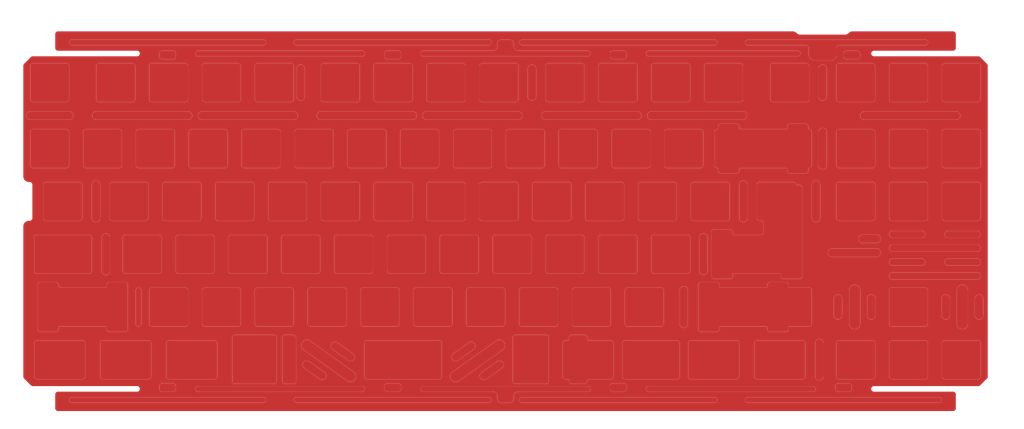
<source format=kicad_pcb>
(kicad_pcb (version 20221018) (generator pcbnew)
  (layers (0 "F.Cu" signal) (31 "B.Cu" signal) (34 "B.Paste" user) (35 "F.Paste" user) (36 "B.SilkS" user "B.Silkscreen") (37 "F.SilkS" user "F.Silkscreen") (38 "B.Mask" user) (39 "F.Mask" user) (44 "Edge.Cuts" user))
  (net 0 "")
  (footprint "f169_plates_graphics:full_plate_inscription" (layer "F.Cu") (at 330.912 156.700018)
    (fp_text reference "G***" hide)
    (fp_text value "full_plate_inscription" hide)
  )
  (gr_arc (start 36.461227 82.571519) (mid 36.75412 81.864412) (end 37.461227 81.571519) (stroke (width 0.01)) (layer "Edge.Cuts"))
  (gr_arc (start 331.483416 70.659033) (mid 332.132861 70.224227) (end 332.899356 70.071519) (stroke (width 0.01)) (layer "Edge.Cuts"))
  (gr_arc (start 156.114354 77.071518) (mid 157.114353 78.071519) (end 156.114352 79.071518) (stroke (width 0.01)) (layer "Edge.Cuts"))
  (gr_arc (start 316.064691 75.071518) (mid 316.771799 75.364411) (end 317.064693 76.071518) (stroke (width 0.01)) (layer "Edge.Cuts"))
  (gr_arc (start 190.680366 188.806073) (mid 188.588691 188.452674) (end 188.94209 186.360999) (stroke (width 0.01)) (layer "Edge.Cuts"))
  (gr_line (start 242.248726 143.484018) (end 254.248726 143.484018) (stroke (width 0.01)) (layer "Edge.Cuts"))
  (gr_line (start 376.954977 172.534019) (end 376.954977 166.534018) (stroke (width 0.01)) (layer "Edge.Cuts"))
  (gr_line (start 263.773726 176.534018) (end 251.773726 176.534018) (stroke (width 0.01)) (layer "Edge.Cuts"))
  (gr_arc (start 359.023726 124.434019) (mid 359.730833 124.726912) (end 360.023726 125.434019) (stroke (width 0.01)) (layer "Edge.Cuts"))
  (gr_line (start 299.398725 138.434019) (end 299.779983 138.434019) (stroke (width 0.01)) (layer "Edge.Cuts"))
  (gr_arc (start 346.023726 143.256557) (mid 346.375198 142.408028) (end 347.223727 142.056556) (stroke (width 0.01)) (layer "Edge.Cuts"))
  (gr_arc (start 221.911227 118.38402) (mid 221.618333 119.091126) (end 220.911226 119.384019) (stroke (width 0.01)) (layer "Edge.Cuts"))
  (gr_arc (start 78.036227 124.434019) (mid 78.743334 124.726912) (end 79.036227 125.434019) (stroke (width 0.01)) (layer "Edge.Cuts"))
  (gr_arc (start 103.136227 125.434017) (mid 103.429122 124.726911) (end 104.136229 124.434019) (stroke (width 0.01)) (layer "Edge.Cuts"))
  (gr_arc (start 156.114352 198.084018) (mid 157.114352 199.084018) (end 156.114352 200.084018) (stroke (width 0.01)) (layer "Edge.Cuts"))
  (gr_line (start 283.868147 178.496019) (end 278.213346 178.496018) (stroke (width 0.01)) (layer "Edge.Cuts"))
  (gr_arc (start 92.323727 81.571518) (mid 93.030834 81.864412) (end 93.323728 82.571519) (stroke (width 0.01)) (layer "Edge.Cuts"))
  (gr_arc (start 284.370827 104.422018) (mid 284.66372 103.714911) (end 285.370827 103.422018) (stroke (width 0.01)) (layer "Edge.Cuts"))
  (gr_line (start 366.073727 181.584018) (end 378.073727 181.584018) (stroke (width 0.01)) (layer "Edge.Cuts"))
  (gr_arc (start 204.767477 74.577769) (mid 205.206817 73.517108) (end 206.267478 73.077768) (stroke (width 0.01)) (layer "Edge.Cuts"))
  (gr_line (start 241.248726 156.484018) (end 241.248726 144.484018) (stroke (width 0.01)) (layer "Edge.Cuts"))
  (gr_arc (start 51.461227 204.084021) (mid 50.461225 203.084019) (end 51.461227 202.084017) (stroke (width 0.01)) (layer "Edge.Cuts"))
  (gr_arc (start 274.298726 94.571518) (mid 274.005833 95.278625) (end 273.298727 95.571519) (stroke (width 0.01)) (layer "Edge.Cuts"))
  (gr_arc (start 163.761227 105.38402) (mid 164.468333 105.676913) (end 164.761226 106.384019) (stroke (width 0.01)) (layer "Edge.Cuts"))
  (gr_arc (start 210.767475 202.577768) (mid 210.328135 203.638427) (end 209.267476 204.077767) (stroke (width 0.01)) (layer "Edge.Cuts"))
  (gr_arc (start 379.023726 158.356558) (mid 378.672254 159.205085) (end 377.823727 159.556557) (stroke (width 0.01)) (layer "Edge.Cuts"))
  (gr_arc (start 145.441932 184.846364) (mid 145.088532 182.754688) (end 147.180208 182.401288) (stroke (width 0.01)) (layer "Edge.Cuts"))
  (gr_arc (start 68.511227 105.384019) (mid 69.218334 105.676912) (end 69.511227 106.384019) (stroke (width 0.01)) (layer "Edge.Cuts"))
  (gr_line (start 306.859346 157.784018) (end 306.859345 158.446017) (stroke (width 0.01)) (layer "Edge.Cuts"))
  (gr_arc (start 45.640428 70.500303) (mid 45.998203 70.185173) (end 46.461229 70.071518) (stroke (width 0.01)) (layer "Edge.Cuts"))
  (gr_arc (start 82.961226 198.084019) (mid 83.25412 197.376912) (end 83.961227 197.084018) (stroke (width 0.01)) (layer "Edge.Cuts"))
  (gr_line (start 85.468746 182.584018) (end 85.468747 194.584019) (stroke (width 0.01)) (layer "Edge.Cuts"))
  (gr_arc (start 193.336228 137.434018) (mid 193.043334 138.141125) (end 192.336227 138.434019) (stroke (width 0.01)) (layer "Edge.Cuts"))
  (gr_arc (start 347.223726 144.556558) (mid 346.375198 144.205085) (end 346.023727 143.356557) (stroke (width 0.01)) (layer "Edge.Cuts"))
  (gr_arc (start 335.592474 175.534018) (mid 333.592475 177.534017) (end 331.592476 175.534018) (stroke (width 0.01)) (layer "Edge.Cuts"))
  (gr_line (start 36.461227 106.384019) (end 36.461227 118.384019) (stroke (width 0.01)) (layer "Edge.Cuts"))
  (gr_line (start 309.246825 105.084019) (end 309.246826 104.422018) (stroke (width 0.01)) (layer "Edge.Cuts"))
  (gr_line (start 69.798727 144.484018) (end 69.798727 156.484018) (stroke (width 0.01)) (layer "Edge.Cuts"))
  (gr_curve (pts (xy 369.987732 206.489721) (xy 370.041609 206.368339) (xy 370.073728 206.22759) (xy 370.073727 206.084017)) (stroke (width 0.01)) (layer "Edge.Cuts"))
  (gr_arc (start 201.861227 105.384019) (mid 202.568334 105.676912) (end 202.861227 106.384019) (stroke (width 0.01)) (layer "Edge.Cuts"))
  (gr_line (start 45.461228 71.071518) (end 45.461228 72.642733) (stroke (width 0.01)) (layer "Edge.Cuts"))
  (gr_arc (start 65.202485 156.484018) (mid 63.702486 157.984017) (end 62.202487 156.484018) (stroke (width 0.01)) (layer "Edge.Cuts"))
  (gr_line (start 201.767478 75.071518) (end 132.461228 75.071518) (stroke (width 0.01)) (layer "Edge.Cuts"))
  (gr_line (start 213.767477 202.084017) (end 283.073725 202.084018) (stroke (width 0.01)) (layer "Edge.Cuts"))
  (gr_arc (start 285.370826 121.34602) (mid 284.663719 121.053126) (end 284.370826 120.346018) (stroke (width 0.01)) (layer "Edge.Cuts"))
  (gr_line (start 83.961227 197.084018) (end 87.961227 197.084018) (stroke (width 0.01)) (layer "Edge.Cuts"))
  (gr_arc (start 88.848726 144.484017) (mid 89.14162 143.776911) (end 89.848727 143.484018) (stroke (width 0.01)) (layer "Edge.Cuts"))
  (gr_line (start 291.992477 137.434018) (end 291.992476 125.434018) (stroke (width 0.01)) (layer "Edge.Cuts"))
  (gr_arc (start 316.901626 119.683363) (mid 316.986153 119.474626) (end 317.192101 119.383514) (stroke (width 0.01)) (layer "Edge.Cuts"))
  (gr_arc (start 155.236225 137.434019) (mid 154.943333 138.141125) (end 154.236227 138.434019) (stroke (width 0.01)) (layer "Edge.Cuts"))
  (gr_arc (start 132.711228 119.384018) (mid 132.004121 119.091125) (end 131.711227 118.384019) (stroke (width 0.01)) (layer "Edge.Cuts"))
  (gr_line (start 212.673725 175.534018) (end 212.673726 163.534018) (stroke (width 0.01)) (layer "Edge.Cuts"))
  (gr_line (start 125.264978 180.584017) (end 125.264978 196.284018) (stroke (width 0.01)) (layer "Edge.Cuts"))
  (gr_line (start 232.723727 176.534018) (end 244.723725 176.534018) (stroke (width 0.01)) (layer "Edge.Cuts"))
  (gr_line (start 282.983347 159.446018) (end 288.638147 159.446018) (stroke (width 0.01)) (layer "Edge.Cuts"))
  (gr_arc (start 377.823726 157.056556) (mid 378.672255 157.408027) (end 379.023728 158.256556) (stroke (width 0.01)) (layer "Edge.Cuts"))
  (gr_arc (start 298.398725 195.584017) (mid 297.691619 195.291124) (end 297.398726 194.584018) (stroke (width 0.01)) (layer "Edge.Cuts"))
  (gr_line (start 381.573727 82.485733) (end 381.573727 194.669803) (stroke (width 0.01)) (layer "Edge.Cuts"))
  (gr_line (start 112.373728 163.534018) (end 112.373726 175.534018) (stroke (width 0.01)) (layer "Edge.Cuts"))
  (gr_arc (start 160.286228 125.434018) (mid 160.579121 124.726912) (end 161.286227 124.434019) (stroke (width 0.01)) (layer "Edge.Cuts"))
  (gr_line (start 366.073726 124.434019) (end 378.073725 124.434019) (stroke (width 0.01)) (layer "Edge.Cuts"))
  (gr_line (start 359.023726 119.384019) (end 347.023727 119.384019) (stroke (width 0.01)) (layer "Edge.Cuts"))
  (gr_line (start 231.618825 197.284018) (end 236.273625 197.284018) (stroke (width 0.01)) (layer "Edge.Cuts"))
  (gr_line (start 290.966207 181.584018) (end 274.586227 181.584018) (stroke (width 0.01)) (layer "Edge.Cuts"))
  (gr_arc (start 236.198728 94.571517) (mid 235.905835 95.278625) (end 235.198728 95.571519) (stroke (width 0.01)) (layer "Edge.Cuts"))
  (gr_arc (start 122.186227 125.434019) (mid 122.47912 124.726912) (end 123.186227 124.434019) (stroke (width 0.01)) (layer "Edge.Cuts"))
  (gr_line (start 359.023725 138.434019) (end 347.023727 138.434019) (stroke (width 0.01)) (layer "Edge.Cuts"))
  (gr_arc (start 135.186228 124.434019) (mid 135.893335 124.726912) (end 136.186228 125.434019) (stroke (width 0.01)) (layer "Edge.Cuts"))
  (gr_line (start 116.136228 124.434019) (end 104.136229 124.434019) (stroke (width 0.01)) (layer "Edge.Cuts"))
  (gr_arc (start 161.286228 95.571519) (mid 160.579121 95.278626) (end 160.286228 94.571519) (stroke (width 0.01)) (layer "Edge.Cuts"))
  (gr_arc (start 357.823727 152.056557) (mid 358.672255 152.408029) (end 359.023727 153.256557) (stroke (width 0.01)) (layer "Edge.Cuts"))
  (gr_arc (start 80.323728 95.571519) (mid 79.616621 95.278626) (end 79.323728 94.571519) (stroke (width 0.01)) (layer "Edge.Cuts"))
  (gr_line (start 251.420602 78.071519) (end 251.420601 79.071519) (stroke (width 0.01)) (layer "Edge.Cuts"))
  (gr_line (start 187.573727 176.534018) (end 175.573727 176.534018) (stroke (width 0.01)) (layer "Edge.Cuts"))
  (gr_line (start 206.727677 185.01107) (end 190.970077 196.213589) (stroke (width 0.01)) (layer "Edge.Cuts"))
  (gr_arc (start 102.848728 156.484019) (mid 102.555834 157.191125) (end 101.848727 157.484018) (stroke (width 0.01)) (layer "Edge.Cuts"))
  (gr_line (start 118.423728 162.534018) (end 130.423728 162.534019) (stroke (width 0.01)) (layer "Edge.Cuts"))
  (gr_arc (start 212.386227 94.571518) (mid 212.093334 95.278625) (end 211.386228 95.571519) (stroke (width 0.01)) (layer "Edge.Cuts"))
  (gr_arc (start 194.511868 182.401289) (mid 196.603543 182.75469) (end 196.250142 184.846365) (stroke (width 0.01)) (layer "Edge.Cuts"))
  (gr_arc (start 88.961228 79.071518) (mid 88.668335 79.778625) (end 87.961228 80.071518) (stroke (width 0.01)) (layer "Edge.Cuts"))
  (gr_arc (start 35.961228 124.434019) (mid 34.547013 123.848233) (end 33.961226 122.434019) (stroke (width 0.01)) (layer "Edge.Cuts"))
  (gr_arc (start 377.823728 142.056557) (mid 378.672256 142.40803) (end 379.023727 143.256558) (stroke (width 0.01)) (layer "Edge.Cuts"))
  (gr_arc (start 126.661228 118.384017) (mid 126.368335 119.091125) (end 125.661228 119.384019) (stroke (width 0.01)) (layer "Edge.Cuts"))
  (gr_line (start 260.298726 98.977768) (end 293.348726 98.977768) (stroke (width 0.01)) (layer "Edge.Cuts"))
  (gr_arc (start 359.023727 105.384019) (mid 359.730834 105.676912) (end 360.023727 106.384019) (stroke (width 0.01)) (layer "Edge.Cuts"))
  (gr_arc (start 101.848727 143.484018) (mid 102.555834 143.776911) (end 102.848727 144.484018) (stroke (width 0.01)) (layer "Edge.Cuts"))
  (gr_line (start 154.236227 138.434019) (end 142.236228 138.434019) (stroke (width 0.01)) (layer "Edge.Cuts"))
  (gr_arc (start 201.767476 73.071518) (mid 202.767477 74.071517) (end 201.767478 75.071518) (stroke (width 0.01)) (layer "Edge.Cuts"))
  (gr_arc (start 169.114351 197.084019) (mid 169.821458 197.376912) (end 170.114352 198.084018) (stroke (width 0.01)) (layer "Edge.Cuts"))
  (gr_arc (start 93.323729 94.571517) (mid 93.030836 95.278625) (end 92.323729 95.571519) (stroke (width 0.01)) (layer "Edge.Cuts"))
  (gr_arc (start 184.098727 144.484018) (mid 184.39162 143.776911) (end 185.098727 143.484018) (stroke (width 0.01)) (layer "Edge.Cuts"))
  (gr_arc (start 55.223727 137.434019) (mid 54.930834 138.141126) (end 54.223727 138.434019) (stroke (width 0.01)) (layer "Edge.Cuts"))
  (gr_arc (start 231.618827 197.284017) (mid 230.91172 196.991124) (end 230.618826 196.284018) (stroke (width 0.01)) (layer "Edge.Cuts"))
  (gr_arc (start 281.983347 142.522017) (mid 282.27624 141.81491) (end 282.983347 141.522017) (stroke (width 0.01)) (layer "Edge.Cuts"))
  (gr_line (start 203.267477 200.084018) (end 178.114352 200.084018) (stroke (width 0.01)) (layer "Edge.Cuts"))
  (gr_arc (start 241.248725 144.484017) (mid 241.541619 143.776911) (end 242.248726 143.484018) (stroke (width 0.01)) (layer "Edge.Cuts"))
  (gr_arc (start 86.468748 195.584018) (mid 85.761641 195.291125) (end 85.468747 194.584019) (stroke (width 0.01)) (layer "Edge.Cuts"))
  (gr_line (start 74.273727 82.571519) (end 74.273728 94.571519) (stroke (width 0.01)) (layer "Edge.Cuts"))
  (gr_arc (start 117.423727 163.534017) (mid 117.716621 162.826911) (end 118.423728 162.534018) (stroke (width 0.01)) (layer "Edge.Cuts"))
  (gr_arc (start 54.223729 124.434018) (mid 54.930835 124.726913) (end 55.223727 125.43402) (stroke (width 0.01)) (layer "Edge.Cuts"))
  (gr_arc (start 379.073726 194.584017) (mid 378.780833 195.291124) (end 378.073726 195.584017) (stroke (width 0.01)) (layer "Edge.Cuts"))
  (gr_line (start 325.373726 148.434018) (end 341.473726 148.434018) (stroke (width 0.01)) (layer "Edge.Cuts"))
  (gr_arc (start 330.573727 80.071519) (mid 329.86662 79.778626) (end 329.573727 79.071519) (stroke (width 0.01)) (layer "Edge.Cuts"))
  (gr_curve (pts (xy 45.640427 70.500304) (xy 45.599541 70.559055) (xy 45.562309 70.626286) (xy 45.532843 70.699896)) (stroke (width 0.01)) (layer "Edge.Cuts"))
  (gr_arc (start 145.998727 144.484017) (mid 146.291621 143.776911) (end 146.998728 143.484018) (stroke (width 0.01)) (layer "Edge.Cuts"))
  (gr_line (start 341.092475 166.534018) (end 341.092476 172.534017) (stroke (width 0.01)) (layer "Edge.Cuts"))
  (gr_arc (start 260.298726 144.484018) (mid 260.591619 143.776911) (end 261.298726 143.484018) (stroke (width 0.01)) (layer "Edge.Cuts"))
  (gr_line (start 279.061227 106.384018) (end 279.061227 118.384018) (stroke (width 0.01)) (layer "Edge.Cuts"))
  (gr_arc (start 340.973727 194.584018) (mid 340.680833 195.291125) (end 339.973726 195.584019) (stroke (width 0.01)) (layer "Edge.Cuts"))
  (gr_arc (start 113.661227 119.384019) (mid 112.95412 119.091126) (end 112.661227 118.384019) (stroke (width 0.01)) (layer "Edge.Cuts"))
  (gr_arc (start 347.023726 176.534017) (mid 346.31662 176.241124) (end 346.023727 175.534018) (stroke (width 0.01)) (layer "Edge.Cuts"))
  (gr_line (start 240.961227 118.384019) (end 240.961226 106.384019) (stroke (width 0.01)) (layer "Edge.Cuts"))
  (gr_arc (start 87.961228 77.071518) (mid 88.668335 77.364411) (end 88.961228 78.071518) (stroke (width 0.01)) (layer "Edge.Cuts"))
  (gr_arc (start 38.843748 195.584017) (mid 38.136641 195.291124) (end 37.843747 194.584018) (stroke (width 0.01)) (layer "Edge.Cuts"))
  (gr_arc (start 212.386228 137.43402) (mid 212.093333 138.141127) (end 211.386225 138.434019) (stroke (width 0.01)) (layer "Edge.Cuts"))
  (gr_arc (start 289.638147 157.784018) (mid 289.726015 157.571886) (end 289.938147 157.484018) (stroke (width 0.01)) (layer "Edge.Cuts"))
  (gr_arc (start 94.611226 119.384017) (mid 93.904121 119.091124) (end 93.611228 118.384019) (stroke (width 0.01)) (layer "Edge.Cuts"))
  (gr_line (start 189.861227 105.384019) (end 201.861227 105.384019) (stroke (width 0.01)) (layer "Edge.Cuts"))
  (gr_line (start 274.586226 125.434019) (end 274.586226 137.43402) (stroke (width 0.01)) (layer "Edge.Cuts"))
  (gr_line (start 96.961227 77.071518) (end 156.114353 77.071518) (stroke (width 0.01)) (layer "Edge.Cuts"))
  (gr_line (start 54.223727 138.434019) (end 42.223728 138.434019) (stroke (width 0.01)) (layer "Edge.Cuts"))
  (gr_arc (start 239.961226 105.384019) (mid 240.668333 105.676912) (end 240.961226 106.384019) (stroke (width 0.01)) (layer "Edge.Cuts"))
  (gr_line (start 42.223728 124.434019) (end 54.223728 124.434019) (stroke (width 0.01)) (layer "Edge.Cuts"))
  (gr_line (start 198.386228 137.434019) (end 198.386228 125.434019) (stroke (width 0.01)) (layer "Edge.Cuts"))
  (gr_line (start 38.843747 195.584017) (end 55.223727 195.584017) (stroke (width 0.01)) (layer "Edge.Cuts"))
  (gr_arc (start 303.161226 82.571519) (mid 303.45412 81.864412) (end 304.161227 81.571518) (stroke (width 0.01)) (layer "Edge.Cuts"))
  (gr_line (start 98.086227 137.434018) (end 98.086227 125.434019) (stroke (width 0.01)) (layer "Edge.Cuts"))
  (gr_arc (start 325.373726 151.434018) (mid 323.970396 149.934018) (end 325.373726 148.434018) (stroke (width 0.01)) (layer "Edge.Cuts"))
  (gr_arc (start 193.336228 94.571519) (mid 193.043335 95.278626) (end 192.336228 95.571519) (stroke (width 0.01)) (layer "Edge.Cuts"))
  (gr_line (start 146.998727 157.484018) (end 158.998728 157.484017) (stroke (width 0.01)) (layer "Edge.Cuts"))
  (gr_arc (start 159.998726 156.484017) (mid 159.705834 157.191123) (end 158.998728 157.484017) (stroke (width 0.01)) (layer "Edge.Cuts"))
  (gr_arc (start 379.023725 153.356559) (mid 378.672253 154.205085) (end 377.823726 154.556556) (stroke (width 0.01)) (layer "Edge.Cuts"))
  (gr_arc (start 117.423727 82.571518) (mid 117.716621 81.864411) (end 118.423729 81.571518) (stroke (width 0.01)) (layer "Edge.Cuts"))
  (gr_arc (start 259.420601 200.084017) (mid 258.420602 199.084018) (end 259.420601 198.084019) (stroke (width 0.01)) (layer "Edge.Cuts"))
  (gr_arc (start 319.376215 182.584017) (mid 320.876216 181.084016) (end 322.376217 182.584017) (stroke (width 0.01)) (layer "Edge.Cuts"))
  (gr_line (start 50.461227 82.571518) (end 50.461227 94.571519) (stroke (width 0.01)) (layer "Edge.Cuts"))
  (gr_line (start 221.911226 106.384019) (end 221.911227 118.384018) (stroke (width 0.01)) (layer "Edge.Cuts"))
  (gr_arc (start 142.562165 193.118191) (mid 142.915564 195.209868) (end 140.823887 195.563267) (stroke (width 0.01)) (layer "Edge.Cuts"))
  (gr_arc (start 61.273728 95.571519) (mid 60.566621 95.278626) (end 60.273727 94.57152) (stroke (width 0.01)) (layer "Edge.Cuts"))
  (gr_arc (start 169.523729 175.534019) (mid 169.230835 176.241125) (end 168.523728 176.534018) (stroke (width 0.01)) (layer "Edge.Cuts"))
  (gr_line (start 169.523727 175.534018) (end 169.523729 163.534019) (stroke (width 0.01)) (layer "Edge.Cuts"))
  (gr_arc (start 213.767475 204.084019) (mid 212.767475 203.084017) (end 213.767477 202.084017) (stroke (width 0.01)) (layer "Edge.Cuts"))
  (gr_arc (start 55.511225 106.384018) (mid 55.804119 105.676911) (end 56.511227 105.384018) (stroke (width 0.01)) (layer "Edge.Cuts"))
  (gr_line (start 179.336227 94.571519) (end 179.336229 82.571519) (stroke (width 0.01)) (layer "Edge.Cuts"))
  (gr_arc (start 327.973727 195.584017) (mid 327.266621 195.291125) (end 326.973727 194.584019) (stroke (width 0.01)) (layer "Edge.Cuts"))
  (gr_arc (start 339.973726 181.584017) (mid 340.680833 181.876911) (end 340.973727 182.584018) (stroke (width 0.01)) (layer "Edge.Cuts"))
  (gr_line (start 269.536226 137.434018) (end 269.536226 125.434019) (stroke (width 0.01)) (layer "Edge.Cuts"))
  (gr_line (start 58.606246 156.484018) (end 58.606246 144.484018) (stroke (width 0.01)) (layer "Edge.Cuts"))
  (gr_arc (start 82.961228 78.071518) (mid 83.254121 77.364411) (end 83.961228 77.071518) (stroke (width 0.01)) (layer "Edge.Cuts"))
  (gr_line (start 316.901626 119.683363) (end 316.901626 120.346019) (stroke (width 0.01)) (layer "Edge.Cuts"))
  (gr_line (start 50.461227 118.384019) (end 50.461227 106.384019) (stroke (width 0.01)) (layer "Edge.Cuts"))
  (gr_arc (start 127.948727 157.484017) (mid 127.241621 157.191124) (end 126.948728 156.484018) (stroke (width 0.01)) (layer "Edge.Cuts"))
  (gr_arc (start 112.373728 94.571519) (mid 112.080835 95.278626) (end 111.373728 95.571519) (stroke (width 0.01)) (layer "Edge.Cuts"))
  (gr_line (start 347.023727 81.57152) (end 359.023726 81.57152) (stroke (width 0.01)) (layer "Edge.Cuts"))
  (gr_arc (start 74.561227 106.384019) (mid 74.85412 105.676912) (end 75.561227 105.384019) (stroke (width 0.01)) (layer "Edge.Cuts"))
  (gr_arc (start 33.961229 140.434017) (mid 34.547016 139.019805) (end 35.961228 138.43402) (stroke (width 0.01)) (layer "Edge.Cuts"))
  (gr_arc (start 85.086229 138.434018) (mid 84.379122 138.141125) (end 84.086228 137.434019) (stroke (width 0.01)) (layer "Edge.Cuts"))
  (gr_arc (start 58.629977 125.434018) (mid 60.129977 123.934018) (end 61.629977 125.434018) (stroke (width 0.01)) (layer "Edge.Cuts"))
  (gr_arc (start 295.073729 75.071516) (mid 294.07373 74.071519) (end 295.073727 73.07152) (stroke (width 0.01)) (layer "Edge.Cuts"))
  (gr_line (start 75.561227 105.384019) (end 87.561227 105.384019) (stroke (width 0.01)) (layer "Edge.Cuts"))
  (gr_arc (start 120.461229 202.084018) (mid 121.461228 203.084019) (end 120.461227 204.084018) (stroke (width 0.01)) (layer "Edge.Cuts"))
  (gr_arc (start 294.992477 137.434018) (mid 293.492477 138.934018) (end 291.992477 137.434018) (stroke (width 0.01)) (layer "Edge.Cuts"))
  (gr_line (start 211.386225 138.434019) (end 199.386227 138.434019) (stroke (width 0.01)) (layer "Edge.Cuts"))
  (gr_line (start 65.036228 137.434019) (end 65.036227 125.434019) (stroke (width 0.01)) (layer "Edge.Cuts"))
  (gr_arc (start 198.386227 125.43402) (mid 198.67912 124.726913) (end 199.386226 124.434019) (stroke (width 0.01)) (layer "Edge.Cuts"))
  (gr_line (start 226.961227 106.384019) (end 226.961226 118.384019) (stroke (width 0.01)) (layer "Edge.Cuts"))
  (gr_line (start 45.743148 160.572018) (end 40.088348 160.572017) (stroke (width 0.01)) (layer "Edge.Cuts"))
  (gr_line (start 370.161227 101.977768) (end 337.111226 101.977769) (stroke (width 0.01)) (layer "Edge.Cuts"))
  (gr_arc (start 311.398728 124.434019) (mid 312.000085 124.635039) (end 312.359672 125.157281) (stroke (width 0.01)) (layer "Edge.Cuts"))
  (gr_line (start 339.973726 195.584019) (end 327.973727 195.584018) (stroke (width 0.01)) (layer "Edge.Cuts"))
  (gr_line (start 291.025627 121.346019) (end 285.370827 121.346019) (stroke (width 0.01)) (layer "Edge.Cuts"))
  (gr_line (start 336.373726 143.434018) (end 341.473726 143.434018) (stroke (width 0.01)) (layer "Edge.Cuts"))
  (gr_arc (start 251.4206 199.084018) (mid 251.127707 199.791124) (end 250.420601 200.084017) (stroke (width 0.01)) (layer "Edge.Cuts"))
  (gr_arc (start 178.114355 79.071519) (mid 177.114353 78.071519) (end 178.114353 77.071517) (stroke (width 0.01)) (layer "Edge.Cuts"))
  (gr_line (start 360.023727 106.384019) (end 360.023726 118.384019) (stroke (width 0.01)) (layer "Edge.Cuts"))
  (gr_line (start 199.386226 124.434019) (end 211.386225 124.434018) (stroke (width 0.01)) (layer "Edge.Cuts"))
  (gr_line (start 212.267476 77.071519) (end 237.420602 77.071519) (stroke (width 0.01)) (layer "Edge.Cuts"))
  (gr_line (start 140.948727 144.484018) (end 140.948728 156.484018) (stroke (width 0.01)) (layer "Edge.Cuts"))
  (gr_arc (start 136.186226 137.434021) (mid 135.893332 138.141127) (end 135.186226 138.434019) (stroke (width 0.01)) (layer "Edge.Cuts"))
  (gr_line (start 145.998727 144.484018) (end 145.998727 156.484018) (stroke (width 0.01)) (layer "Edge.Cuts"))
  (gr_arc (start 366.073727 138.434019) (mid 365.36662 138.141125) (end 365.073726 137.434018) (stroke (width 0.01)) (layer "Edge.Cuts"))
  (gr_arc (start 274.586227 195.584018) (mid 273.87912 195.291125) (end 273.586226 194.584019) (stroke (width 0.01)) (layer "Edge.Cuts"))
  (gr_arc (start 165.048727 144.484018) (mid 165.34162 143.776911) (end 166.048727 143.484018) (stroke (width 0.01)) (layer "Edge.Cuts"))
  (gr_arc (start 57.606247 143.484021) (mid 58.313353 143.776913) (end 58.606246 144.484018) (stroke (width 0.01)) (layer "Edge.Cuts"))
  (gr_arc (start 377.823728 152.056558) (mid 378.672255 152.40803) (end 379.023726 153.256558) (stroke (width 0.01)) (layer "Edge.Cuts"))
  (gr_line (start 188.573728 163.534017) (end 188.573727 175.534017) (stroke (width 0.01)) (layer "Edge.Cuts"))
  (gr_line (start 347.023727 162.534018) (end 359.023727 162.534018) (stroke (width 0.01)) (layer "Edge.Cuts"))
  (gr_line (start 222.396226 197.28387) (end 211.396226 197.28387) (stroke (width 0.01)) (layer "Edge.Cuts"))
  (gr_arc (start 123.186229 138.43402) (mid 122.479121 138.141127) (end 122.186227 137.43402) (stroke (width 0.01)) (layer "Edge.Cuts"))
  (gr_arc (start 347.023727 119.38402) (mid 346.31662 119.091126) (end 346.023726 118.384019) (stroke (width 0.01)) (layer "Edge.Cuts"))
  (gr_line (start 158.998727 143.484018) (end 146.998728 143.484018) (stroke (width 0.01)) (layer "Edge.Cuts"))
  (gr_line (start 299.786969 143.484018) (end 289.930647 143.484018) (stroke (width 0.01)) (layer "Edge.Cuts"))
  (gr_arc (start 139.948727 143.484018) (mid 140.655834 143.776911) (end 140.948727 144.484018) (stroke (width 0.01)) (layer "Edge.Cuts"))
  (gr_line (start 51.461227 202.084017) (end 120.461227 202.084017) (stroke (width 0.01)) (layer "Edge.Cuts"))
  (gr_arc (start 323.56704 118.384019) (mid 322.06704 119.884019) (end 320.56704 118.384019) (stroke (width 0.01)) (layer "Edge.Cuts"))
  (gr_line (start 197.098727 143.484019) (end 185.098727 143.484018) (stroke (width 0.01)) (layer "Edge.Cuts"))
  (gr_line (start 365.073727 118.384019) (end 365.073727 106.384019) (stroke (width 0.01)) (layer "Edge.Cuts"))
  (gr_line (start 63.964347 176.834018) (end 63.964348 177.496018) (stroke (width 0.01)) (layer "Edge.Cuts"))
  (gr_arc (start 254.248726 143.484018) (mid 254.955833 143.776911) (end 255.248726 144.484018) (stroke (width 0.01)) (layer "Edge.Cuts"))
  (gr_line (start 182.811227 119.384019) (end 170.811228 119.384019) (stroke (width 0.01)) (layer "Edge.Cuts"))
  (gr_line (start 298.398726 181.584018) (end 314.778708 181.584018) (stroke (width 0.01)) (layer "Edge.Cuts"))
  (gr_arc (start 274.298727 156.484018) (mid 274.005833 157.191125) (end 273.298726 157.484019) (stroke (width 0.01)) (layer "Edge.Cuts"))
  (gr_line (start 126.661228 106.384019) (end 126.661228 118.384019) (stroke (width 0.01)) (layer "Edge.Cuts"))
  (gr_arc (start 49.461225 81.571518) (mid 50.168333 81.864411) (end 50.461227 82.571518) (stroke (width 0.01)) (layer "Edge.Cuts"))
  (gr_arc (start 369.894527 206.655233) (mid 369.536752 206.970363) (end 369.073726 207.084018) (stroke (width 0.01)) (layer "Edge.Cuts"))
  (gr_arc (start 135.254109 191.603557) (mid 134.900708 189.51188) (end 136.992385 189.158479) (stroke (width 0.01)) (layer "Edge.Cuts"))
  (gr_line (start 293.348726 101.977769) (end 260.298726 101.977769) (stroke (width 0.01)) (layer "Edge.Cuts"))
  (gr_arc (start 204.767477 75.571519) (mid 204.328138 76.632179) (end 203.267479 77.071519) (stroke (width 0.01)) (layer "Edge.Cuts"))
  (gr_arc (start 132.461228 75.07152) (mid 131.461227 74.071519) (end 132.461228 73.071518) (stroke (width 0.01)) (layer "Edge.Cuts"))
  (gr_line (start 145.441933 184.846365) (end 151.01171 188.806076) (stroke (width 0.01)) (layer "Edge.Cuts"))
  (gr_arc (start 156.523727 176.534018) (mid 155.81662 176.241125) (end 155.523727 175.534018) (stroke (width 0.01)) (layer "Edge.Cuts"))
  (gr_line (start 310.044146 162.534018) (end 317.161226 162.534019) (stroke (width 0.01)) (layer "Edge.Cuts"))
  (gr_line (start 145.711227 106.384019) (end 145.711228 118.384018) (stroke (width 0.01)) (layer "Edge.Cuts"))
  (gr_line (start 132.711227 105.384019) (end 144.711227 105.384019) (stroke (width 0.01)) (layer "Edge.Cuts"))
  (gr_arc (start 317.192101 105.384523) (mid 316.986153 105.293411) (end 316.901626 105.084674) (stroke (width 0.01)) (layer "Edge.Cuts"))
  (gr_line (start 327.973727 81.571519) (end 339.973726 81.57152) (stroke (width 0.01)) (layer "Edge.Cuts"))
  (gr_arc (start 245.420602 78.071519) (mid 245.713495 77.364412) (end 246.420602 77.071519) (stroke (width 0.01)) (layer "Edge.Cuts"))
  (gr_arc (start 154.236228 81.571519) (mid 154.943335 81.864412) (end 155.236228 82.571519) (stroke (width 0.01)) (layer "Edge.Cuts"))
  (gr_arc (start 237.486228 138.434019) (mid 236.77912 138.141126) (end 236.486226 137.434019) (stroke (width 0.01)) (layer "Edge.Cuts"))
  (gr_line (start 326.092476 172.534018) (end 326.092476 166.534018) (stroke (width 0.01)) (layer "Edge.Cuts"))
  (gr_line (start 193.336228 82.571519) (end 193.336228 94.571519) (stroke (width 0.01)) (layer "Edge.Cuts"))
  (gr_arc (start 98.373728 82.571518) (mid 98.666622 81.864412) (end 99.373728 81.57152) (stroke (width 0.01)) (layer "Edge.Cuts"))
  (gr_line (start 222.198726 98.977769) (end 255.248727 98.977769) (stroke (width 0.01)) (layer "Edge.Cuts"))
  (gr_arc (start 212.386227 98.97777) (mid 213.886226 100.477769) (end 212.386227 101.977768) (stroke (width 0.01)) (layer "Edge.Cuts"))
  (gr_arc (start 193.623729 163.534017) (mid 193.916622 162.826911) (end 194.623728 162.534018) (stroke (width 0.01)) (layer "Edge.Cuts"))
  (gr_arc (start 255.248726 156.484018) (mid 254.955833 157.191125) (end 254.248726 157.484018) (stroke (width 0.01)) (layer "Edge.Cuts"))
  (gr_arc (start 79.323729 163.534017) (mid 79.616622 162.826911) (end 80.323728 162.534018) (stroke (width 0.01)) (layer "Edge.Cuts"))
  (gr_arc (start 326.973727 125.43402) (mid 327.26662 124.726913) (end 327.973726 124.434019) (stroke (width 0.01)) (layer "Edge.Cuts"))
  (gr_arc (start 311.235597 70.071518) (mid 312.002092 70.224227) (end 312.651537 70.659033) (stroke (width 0.01)) (layer "Edge.Cuts"))
  (gr_line (start 79.036227 125.434019) (end 79.036226 137.43402) (stroke (width 0.01)) (layer "Edge.Cuts"))
  (gr_arc (start 204.409977 181.750968) (mid 207.198878 182.222169) (end 206.727677 185.01107) (stroke (width 0.01)) (layer "Edge.Cuts"))
  (gr_line (start 36.223727 124.434019) (end 35.961227 124.434019) (stroke (width 0.01)) (layer "Edge.Cuts"))
  (gr_line (start 37.223726 137.43402) (end 37.223727 125.434019) (stroke (width 0.01)) (layer "Edge.Cuts"))
  (gr_arc (start 310.044146 162.534018) (mid 309.832014 162.44615) (end 309.744146 162.234018) (stroke (width 0.01)) (layer "Edge.Cuts"))
  (gr_line (start 93.323728 163.534017) (end 93.323727 175.534018) (stroke (width 0.01)) (layer "Edge.Cuts"))
  (gr_arc (start 118.423727 95.571519) (mid 117.71662 95.278626) (end 117.423727 94.571519) (stroke (width 0.01)) (layer "Edge.Cuts"))
  (gr_arc (start 379.073727 94.571518) (mid 378.780834 95.278625) (end 378.073727 95.571518) (stroke (width 0.01)) (layer "Edge.Cuts"))
  (gr_line (start 164.114352 199.084017) (end 164.114352 198.084019) (stroke (width 0.01)) (layer "Edge.Cuts"))
  (gr_arc (start 291.966206 194.584019) (mid 291.673312 195.291125) (end 290.966206 195.584017) (stroke (width 0.01)) (layer "Edge.Cuts"))
  (gr_arc (start 379.954979 172.534019) (mid 378.454978 174.03402) (end 376.954977 172.534019) (stroke (width 0.01)) (layer "Edge.Cuts"))
  (gr_line (start 249.486226 124.434018) (end 237.486226 124.434018) (stroke (width 0.01)) (layer "Edge.Cuts"))
  (gr_arc (start 339.973727 105.384019) (mid 340.680834 105.676912) (end 340.973727 106.384019) (stroke (width 0.01)) (layer "Edge.Cuts"))
  (gr_line (start 88.961227 198.084017) (end 88.961226 199.084018) (stroke (width 0.01)) (layer "Edge.Cuts"))
  (gr_line (start 308.744145 178.496018) (end 303.089346 178.496018) (stroke (width 0.01)) (layer "Edge.Cuts"))
  (gr_arc (start 340.973725 118.384019) (mid 340.680832 119.091126) (end 339.973725 119.384019) (stroke (width 0.01)) (layer "Edge.Cuts"))
  (gr_arc (start 208.911226 119.384019) (mid 208.204119 119.091126) (end 207.911226 118.384019) (stroke (width 0.01)) (layer "Edge.Cuts"))
  (gr_line (start 365.073727 94.571519) (end 365.073727 82.571519) (stroke (width 0.01)) (layer "Edge.Cuts"))
  (gr_arc (start 347.223727 149.556558) (mid 346.375198 149.205086) (end 346.023726 148.356557) (stroke (width 0.01)) (layer "Edge.Cuts"))
  (gr_line (start 61.656247 194.584019) (end 61.656247 182.584019) (stroke (width 0.01)) (layer "Edge.Cuts"))
  (gr_line (start 73.273728 95.571519) (end 61.273728 95.57152) (stroke (width 0.01)) (layer "Edge.Cuts"))
  (gr_line (start 79.036227 195.584018) (end 62.656247 195.584018) (stroke (width 0.01)) (layer "Edge.Cuts"))
  (gr_line (start 339.973726 138.434019) (end 327.973727 138.434019) (stroke (width 0.01)) (layer "Edge.Cuts"))
  (gr_arc (start 155.523728 163.534018) (mid 155.816621 162.826911) (end 156.523728 162.534018) (stroke (width 0.01)) (layer "Edge.Cuts"))
  (gr_line (start 246.723726 194.584017) (end 246.723726 182.584018) (stroke (width 0.01)) (layer "Edge.Cuts"))
  (gr_line (start 250.773727 195.584017) (end 269.536226 195.584018) (stroke (width 0.01)) (layer "Edge.Cuts"))
  (gr_arc (start 259.420603 79.071521) (mid 258.420601 78.071521) (end 259.420601 77.071519) (stroke (width 0.01)) (layer "Edge.Cuts"))
  (gr_arc (start 308.744147 160.572017) (mid 309.451254 160.86491) (end 309.744147 161.572017) (stroke (width 0.01)) (layer "Edge.Cuts"))
  (gr_line (start 45.461228 204.512803) (end 45.461227 201.084018) (stroke (width 0.01)) (layer "Edge.Cuts"))
  (gr_line (start 156.114352 198.084019) (end 96.961227 198.084018) (stroke (width 0.01)) (layer "Edge.Cuts"))
  (gr_line (start 230.618827 196.084018) (end 230.618826 196.284018) (stroke (width 0.01)) (layer "Edge.Cuts"))
  (gr_arc (start 230.436228 124.434018) (mid 231.143334 124.726912) (end 231.436227 125.434019) (stroke (width 0.01)) (layer "Edge.Cuts"))
  (gr_arc (start 189.861226 119.384018) (mid 189.15412 119.091124) (end 188.861228 118.384018) (stroke (width 0.01)) (layer "Edge.Cuts"))
  (gr_arc (start 188.861227 106.384019) (mid 189.15412 105.676912) (end 189.861227 105.384019) (stroke (width 0.01)) (layer "Edge.Cuts"))
  (gr_arc (start 318.186227 125.434019) (mid 319.686227 123.934019) (end 321.186227 125.434019) (stroke (width 0.01)) (layer "Edge.Cuts"))
  (gr_arc (start 36.668335 79.364412) (mid 36.992758 79.147639) (end 37.375441 79.071519) (stroke (width 0.01)) (layer "Edge.Cuts"))
  (gr_arc (start 60.273729 82.57152) (mid 60.566622 81.864413) (end 61.273728 81.571519) (stroke (width 0.01)) (layer "Edge.Cuts"))
  (gr_line (start 261.298726 143.484018) (end 273.298726 143.484018) (stroke (width 0.01)) (layer "Edge.Cuts"))
  (gr_arc (start 200.868186 195.563268) (mid 198.776511 195.209865) (end 199.129914 193.11819) (stroke (width 0.01)) (layer "Edge.Cuts"))
  (gr_arc (start 326.573727 198.084018) (mid 326.86662 197.376911) (end 327.573727 197.084018) (stroke (width 0.01)) (layer "Edge.Cuts"))
  (gr_line (start 235.198726 157.484018) (end 223.198726 157.484018) (stroke (width 0.01)) (layer "Edge.Cuts"))
  (gr_arc (start 180.336228 95.57152) (mid 179.629121 95.278626) (end 179.336227 94.571519) (stroke (width 0.01)) (layer "Edge.Cuts"))
  (gr_arc (start 220.911225 105.38402) (mid 221.618332 105.676913) (end 221.911226 106.384019) (stroke (width 0.01)) (layer "Edge.Cuts"))
  (gr_arc (start 332.573727 199.084017) (mid 332.280834 199.791124) (end 331.573728 200.084018) (stroke (width 0.01)) (layer "Edge.Cuts"))
  (gr_arc (start 149.473729 162.534017) (mid 150.180835 162.826911) (end 150.473728 163.534018) (stroke (width 0.01)) (layer "Edge.Cuts"))
  (gr_line (start 63.664347 162.534018) (end 47.043148 162.534018) (stroke (width 0.01)) (layer "Edge.Cuts"))
  (gr_arc (start 222.396228 179.583869) (mid 223.103334 179.876763) (end 223.396226 180.583869) (stroke (width 0.01)) (layer "Edge.Cuts"))
  (gr_line (start 93.323728 82.571519) (end 93.323726 94.571519) (stroke (width 0.01)) (layer "Edge.Cuts"))
  (gr_line (start 192.336228 95.571519) (end 180.336228 95.571519) (stroke (width 0.01)) (layer "Edge.Cuts"))
  (gr_arc (start 207.623728 175.534019) (mid 207.330834 176.241125) (end 206.623727 176.534018) (stroke (width 0.01)) (layer "Edge.Cuts"))
  (gr_line (start 367.223727 152.056557) (end 377.823726 152.056557) (stroke (width 0.01)) (layer "Edge.Cuts"))
  (gr_line (start 287.586227 124.434018) (end 275.586226 124.434018) (stroke (width 0.01)) (layer "Edge.Cuts"))
  (gr_line (start 155.523728 163.534017) (end 155.523727 175.534018) (stroke (width 0.01)) (layer "Edge.Cuts"))
  (gr_arc (start 285.168147 162.534017) (mid 284.956015 162.446149) (end 284.868147 162.234017) (stroke (width 0.01)) (layer "Edge.Cuts"))
  (gr_arc (start 329.573727 78.071519) (mid 329.86662 77.364412) (end 330.573727 77.071519) (stroke (width 0.01)) (layer "Edge.Cuts"))
  (gr_line (start 60.273727 98.977769) (end 93.323728 98.977769) (stroke (width 0.01)) (layer "Edge.Cuts"))
  (gr_arc (start 303.089346 178.496018) (mid 302.382239 178.203125) (end 302.089346 177.496018) (stroke (width 0.01)) (layer "Edge.Cuts"))
  (gr_line (start 266.061227 105.384019) (end 278.061226 105.384018) (stroke (width 0.01)) (layer "Edge.Cuts"))
  (gr_arc (start 153.039698 192.953485) (mid 153.5109 195.742387) (end 150.721998 196.213589) (stroke (width 0.01)) (layer "Edge.Cuts"))
  (gr_line (start 379.023726 153.256558) (end 379.023727 153.356556) (stroke (width 0.01)) (layer "Edge.Cuts"))
  (gr_line (start 132.461228 73.071518) (end 201.767478 73.071518) (stroke (width 0.01)) (layer "Edge.Cuts"))
  (gr_arc (start 341.473726 148.434016) (mid 342.973727 149.934017) (end 341.473726 151.434018) (stroke (width 0.01)) (layer "Edge.Cuts"))
  (gr_line (start 84.086228 125.434019) (end 84.086228 137.434019) (stroke (width 0.01)) (layer "Edge.Cuts"))
  (gr_line (start 169.114353 80.071519) (end 165.114353 80.071519) (stroke (width 0.01)) (layer "Edge.Cuts"))
  (gr_line (start 132.264978 180.584018) (end 132.264978 196.284018) (stroke (width 0.01)) (layer "Edge.Cuts"))
  (gr_line (start 230.618826 180.584017) (end 230.618827 181.084017) (stroke (width 0.01)) (layer "Edge.Cuts"))
  (gr_line (start 347.223727 147.056556) (end 377.823727 147.056557) (stroke (width 0.01)) (layer "Edge.Cuts"))
  (gr_line (start 39.088347 161.572017) (end 39.088347 177.496018) (stroke (width 0.01)) (layer "Edge.Cuts"))
  (gr_line (start 340.973726 125.434019) (end 340.973726 137.434019) (stroke (width 0.01)) (layer "Edge.Cuts"))
  (gr_line (start 311.235597 70.071518) (end 46.461229 70.071518) (stroke (width 0.01)) (layer "Edge.Cuts"))
  (gr_line (start 280.637288 144.484018) (end 280.637287 156.484018) (stroke (width 0.01)) (layer "Edge.Cuts"))
  (gr_line (start 98.373728 94.571519) (end 98.373727 82.571519) (stroke (width 0.01)) (layer "Edge.Cuts"))
  (gr_arc (start 292.025626 119.684017) (mid 292.113495 119.471885) (end 292.325627 119.384018) (stroke (width 0.01)) (layer "Edge.Cuts"))
  (gr_arc (start 230.618825 180.584016) (mid 230.911719 179.87691) (end 231.618826 179.584017) (stroke (width 0.01)) (layer "Edge.Cuts"))
  (gr_arc (start 120.461228 73.071518) (mid 121.461228 74.071518) (end 120.461228 75.071518) (stroke (width 0.01)) (layer "Edge.Cuts"))
  (gr_line (start 87.961228 80.071518) (end 83.961228 80.071518) (stroke (width 0.01)) (layer "Edge.Cuts"))
  (gr_arc (start 50.461227 98.977769) (mid 51.961227 100.477769) (end 50.461227 101.977769) (stroke (width 0.01)) (layer "Edge.Cuts"))
  (gr_arc (start 284.868147 177.496017) (mid 284.575254 178.203125) (end 283.868147 178.496019) (stroke (width 0.01)) (layer "Edge.Cuts"))
  (gr_arc (start 204.69969 189.158479) (mid 206.791365 189.51188) (end 206.437964 191.603555) (stroke (width 0.01)) (layer "Edge.Cuts"))
  (gr_arc (start 109.264977 180.584017) (mid 109.557871 179.876911) (end 110.264978 179.584018) (stroke (width 0.01)) (layer "Edge.Cuts"))
  (gr_arc (start 359.023726 153.356557) (mid 358.672254 154.205084) (end 357.823727 154.556556) (stroke (width 0.01)) (layer "Edge.Cuts"))
  (gr_line (start 164.114353 79.071518) (end 164.114353 78.071519) (stroke (width 0.01)) (layer "Edge.Cuts"))
  (gr_arc (start 321.186224 137.434019) (mid 319.686226 138.934017) (end 318.186228 137.434019) (stroke (width 0.01)) (layer "Edge.Cuts"))
  (gr_arc (start 136.473727 163.534018) (mid 136.766621 162.826911) (end 137.473728 162.534017) (stroke (width 0.01)) (layer "Edge.Cuts"))
  (gr_line (start 37.461227 81.571519) (end 49.461227 81.57152) (stroke (width 0.01)) (layer "Edge.Cuts"))
  (gr_line (start 76.471437 163.534018) (end 76.471438 175.534018) (stroke (width 0.01)) (layer "Edge.Cuts"))
  (gr_arc (start 366.073726 119.384018) (mid 365.36662 119.091125) (end 365.073727 118.384019) (stroke (width 0.01)) (layer "Edge.Cuts"))
  (gr_arc (start 331.592476 163.534016) (mid 333.592477 161.534017) (end 335.592476 163.534018) (stroke (width 0.01)) (layer "Edge.Cuts"))
  (gr_line (start 165.114351 197.084018) (end 169.114352 197.084018) (stroke (width 0.01)) (layer "Edge.Cuts"))
  (gr_arc (start 36.461228 101.977769) (mid 34.961228 100.477769) (end 36.461228 98.977769) (stroke (width 0.01)) (layer "Edge.Cuts"))
  (gr_arc (start 339.973726 124.434019) (mid 340.680833 124.726912) (end 340.973726 125.434019) (stroke (width 0.01)) (layer "Edge.Cuts"))
  (gr_line (start 101.848727 143.484018) (end 89.848727 143.484018) (stroke (width 0.01)) (layer "Edge.Cuts"))
  (gr_arc (start 359.073727 73.071519) (mid 360.073727 74.071519) (end 359.073727 75.071519) (stroke (width 0.01)) (layer "Edge.Cuts"))
  (gr_line (start 206.437964 191.603555) (end 200.868187 195.563267) (stroke (width 0.01)) (layer "Edge.Cuts"))
  (gr_line (start 359.023726 195.584018) (end 347.023726 195.584018) (stroke (width 0.01)) (layer "Edge.Cuts"))
  (gr_line (start 255.248726 144.484018) (end 255.248726 156.484018) (stroke (width 0.01)) (layer "Edge.Cuts"))
  (gr_arc (start 273.586227 182.584016) (mid 273.879121 181.87691) (end 274.586227 181.584018) (stroke (width 0.01)) (layer "Edge.Cuts"))
  (gr_arc (start 197.098728 143.484018) (mid 197.805834 143.776912) (end 198.098726 144.484018) (stroke (width 0.01)) (layer "Edge.Cuts"))
  (gr_arc (start 154.236228 124.434018) (mid 154.943335 124.726911) (end 155.236228 125.434018) (stroke (width 0.01)) (layer "Edge.Cuts"))
  (gr_arc (start 125.661226 105.384017) (mid 126.368334 105.676911) (end 126.661228 106.384019) (stroke (width 0.01)) (layer "Edge.Cuts"))
  (gr_line (start 284.868147 176.834018) (end 284.868147 177.496018) (stroke (width 0.01)) (layer "Edge.Cuts"))
  (gr_line (start 37.461228 119.384019) (end 49.461227 119.38402) (stroke (width 0.01)) (layer "Edge.Cuts"))
  (gr_arc (start 36.461228 106.384019) (mid 36.754121 105.676913) (end 37.461227 105.38402) (stroke (width 0.01)) (layer "Edge.Cuts"))
  (gr_line (start 175.573727 162.534018) (end 187.573728 162.534018) (stroke (width 0.01)) (layer "Edge.Cuts"))
  (gr_arc (start 235.198727 143.48402) (mid 235.905832 143.776913) (end 236.198725 144.484018) (stroke (width 0.01)) (layer "Edge.Cuts"))
  (gr_arc (start 292.348727 81.571518) (mid 293.055833 81.864412) (end 293.348726 82.571519) (stroke (width 0.01)) (layer "Edge.Cuts"))
  (gr_arc (start 50.461227 94.571519) (mid 50.168334 95.278626) (end 49.461227 95.571519) (stroke (width 0.01)) (layer "Edge.Cuts"))
  (gr_arc (start 288.586227 137.434019) (mid 288.293333 138.141126) (end 287.586225 138.434019) (stroke (width 0.01)) (layer "Edge.Cuts"))
  (gr_arc (start 251.420602 79.071518) (mid 251.127709 79.778625) (end 250.420603 80.071519) (stroke (width 0.01)) (layer "Edge.Cuts"))
  (gr_arc (start 210.767475 201.584017) (mid 211.206816 200.523357) (end 212.267476 200.084018) (stroke (width 0.01)) (layer "Edge.Cuts"))
  (gr_line (start 369.073726 207.084018) (end 46.461227 207.084017) (stroke (width 0.01)) (layer "Edge.Cuts"))
  (gr_arc (start 82.798728 143.484017) (mid 83.505834 143.776911) (end 83.798727 144.484018) (stroke (width 0.01)) (layer "Edge.Cuts"))
  (gr_line (start 307.859346 159.446017) (end 313.77985 159.446018) (stroke (width 0.01)) (layer "Edge.Cuts"))
  (gr_arc (start 340.573727 200.084018) (mid 339.573727 199.084018) (end 340.573727 198.084018) (stroke (width 0.01)) (layer "Edge.Cuts"))
  (gr_line (start 280.348727 81.571518) (end 292.348726 81.571519) (stroke (width 0.01)) (layer "Edge.Cuts"))
  (gr_line (start 88.848727 144.484017) (end 88.848728 156.484018) (stroke (width 0.01)) (layer "Edge.Cuts"))
  (gr_line (start 131.423728 82.571519) (end 131.423728 94.571519) (stroke (width 0.01)) (layer "Edge.Cuts"))
  (gr_arc (start 313.064694 77.071519) (mid 314.064693 78.07152) (end 313.064692 79.071519) (stroke (width 0.01)) (layer "Edge.Cuts"))
  (gr_line (start 178.048727 143.484019) (end 166.048727 143.484018) (stroke (width 0.01)) (layer "Edge.Cuts"))
  (gr_line (start 169.811227 118.384019) (end 169.811228 106.38402) (stroke (width 0.01)) (layer "Edge.Cuts"))
  (gr_line (start 260.298727 94.571519) (end 260.298728 82.571519) (stroke (width 0.01)) (layer "Edge.Cuts"))
  (gr_arc (start 279.348726 82.571519) (mid 279.64162 81.864412) (end 280.348727 81.571518) (stroke (width 0.01)) (layer "Edge.Cuts"))
  (gr_curve (pts (xy 45.532843 206.45564) (xy 45.562309 206.52925) (xy 45.599541 206.596482) (xy 45.640427 206.655233)) (stroke (width 0.01)) (layer "Edge.Cuts"))
  (gr_line (start 74.561228 118.384018) (end 74.561227 106.38402) (stroke (width 0.01)) (layer "Edge.Cuts"))
  (gr_arc (start 127.264978 180.58402) (mid 127.557871 179.876912) (end 128.264978 179.584018) (stroke (width 0.01)) (layer "Edge.Cuts"))
  (gr_line (start 199.386228 81.571519) (end 211.386227 81.571519) (stroke (width 0.01)) (layer "Edge.Cuts"))
  (gr_arc (start 365.073727 182.584018) (mid 365.36662 181.876911) (end 366.073727 181.584018) (stroke (width 0.01)) (layer "Edge.Cuts"))
  (gr_arc (start 137.473728 176.534018) (mid 136.766621 176.241125) (end 136.473728 175.534018) (stroke (width 0.01)) (layer "Edge.Cuts"))
  (gr_line (start 141.236228 98.977769) (end 174.286228 98.977769) (stroke (width 0.01)) (layer "Edge.Cuts"))
  (gr_arc (start 378.073728 181.584018) (mid 378.780835 181.876911) (end 379.073728 182.584018) (stroke (width 0.01)) (layer "Edge.Cuts"))
  (gr_line (start 340.973726 82.571518) (end 340.973726 94.571519) (stroke (width 0.01)) (layer "Edge.Cuts"))
  (gr_arc (start 142.236228 138.434019) (mid 141.529121 138.141126) (end 141.236227 137.43402) (stroke (width 0.01)) (layer "Edge.Cuts"))
  (gr_arc (start 232.723726 176.534017) (mid 232.01662 176.241124) (end 231.723727 175.534018) (stroke (width 0.01)) (layer "Edge.Cuts"))
  (gr_line (start 202.861227 106.384019) (end 202.861227 118.384018) (stroke (width 0.01)) (layer "Edge.Cuts"))
  (gr_arc (start 46.743148 176.834017) (mid 46.831017 176.621885) (end 47.043149 176.534018) (stroke (width 0.01)) (layer "Edge.Cuts"))
  (gr_line (start 78.036227 138.434019) (end 66.036228 138.434019) (stroke (width 0.01)) (layer "Edge.Cuts"))
  (gr_arc (start 37.461227 95.571521) (mid 36.75412 95.278627) (end 36.461227 94.571519) (stroke (width 0.01)) (layer "Edge.Cuts"))
  (gr_line (start 179.336228 137.434019) (end 179.336229 125.434019) (stroke (width 0.01)) (layer "Edge.Cuts"))
  (gr_line (start 236.198727 82.571519) (end 236.198727 94.571519) (stroke (width 0.01)) (layer "Edge.Cuts"))
  (gr_arc (start 132.264976 196.284018) (mid 131.972084 196.991124) (end 131.264978 197.284018) (stroke (width 0.01)) (layer "Edge.Cuts"))
  (gr_line (start 379.023726 148.256557) (end 379.023727 148.356556) (stroke (width 0.01)) (layer "Edge.Cuts"))
  (gr_arc (start 216.148726 143.484018) (mid 216.855833 143.776911) (end 217.148726 144.484018) (stroke (width 0.01)) (layer "Edge.Cuts"))
  (gr_line (start 359.073727 75.071519) (end 328.059338 75.07152) (stroke (width 0.01)) (layer "Edge.Cuts"))
  (gr_arc (start 326.973727 182.584018) (mid 327.26662 181.876911) (end 327.973727 181.584018) (stroke (width 0.01)) (layer "Edge.Cuts"))
  (gr_line (start 183.811228 195.583537) (end 157.880848 195.583538) (stroke (width 0.01)) (layer "Edge.Cuts"))
  (gr_arc (start 334.573728 77.071519) (mid 335.280835 77.364412) (end 335.573728 78.071519) (stroke (width 0.01)) (layer "Edge.Cuts"))
  (gr_line (start 278.061226 119.384019) (end 266.061227 119.384019) (stroke (width 0.01)) (layer "Edge.Cuts"))
  (gr_line (start 379.073728 182.584018) (end 379.073727 194.584019) (stroke (width 0.01)) (layer "Edge.Cuts"))
  (gr_line (start 273.298726 157.484019) (end 261.298726 157.484018) (stroke (width 0.01)) (layer "Edge.Cuts"))
  (gr_arc (start 166.048729 157.484019) (mid 165.341621 157.191126) (end 165.048727 156.484019) (stroke (width 0.01)) (layer "Edge.Cuts"))
  (gr_arc (start 183.811227 118.384017) (mid 183.518334 119.091125) (end 182.811227 119.384019) (stroke (width 0.01)) (layer "Edge.Cuts"))
  (gr_line (start 265.061227 118.384019) (end 265.061227 106.384019) (stroke (width 0.01)) (layer "Edge.Cuts"))
  (gr_line (start 139.948727 157.484019) (end 127.948726 157.484018) (stroke (width 0.01)) (layer "Edge.Cuts"))
  (gr_arc (start 96.961231 79.071518) (mid 95.961229 78.07152) (end 96.961227 77.071518) (stroke (width 0.01)) (layer "Edge.Cuts"))
  (gr_arc (start 180.336229 138.434018) (mid 179.629122 138.141125) (end 179.336228 137.434019) (stroke (width 0.01)) (layer "Edge.Cuts"))
  (gr_arc (start 282.983346 159.446018) (mid 282.27624 159.153124) (end 281.983347 158.446017) (stroke (width 0.01)) (layer "Edge.Cuts"))
  (gr_arc (start 366.073726 95.571518) (mid 365.36662 95.278625) (end 365.073727 94.571519) (stroke (width 0.01)) (layer "Edge.Cuts"))
  (gr_arc (start 63.964346 162.234019) (mid 63.876478 162.44615) (end 63.664347 162.534018) (stroke (width 0.01)) (layer "Edge.Cuts"))
  (gr_arc (start 135.448727 93.571518) (mid 133.948727 95.071518) (end 132.448727 93.571518) (stroke (width 0.01)) (layer "Edge.Cuts"))
  (gr_arc (start 366.023727 153.256557) (mid 366.375199 152.408029) (end 367.223727 152.056557) (stroke (width 0.01)) (layer "Edge.Cuts"))
  (gr_arc (start 255.536225 125.43402) (mid 255.829119 124.726913) (end 256.536226 124.434019) (stroke (width 0.01)) (layer "Edge.Cuts"))
  (gr_arc (start 203.267477 200.084018) (mid 204.328137 200.523357) (end 204.767478 201.584017) (stroke (width 0.01)) (layer "Edge.Cuts"))
  (gr_line (start 330.573727 77.071519) (end 334.573727 77.071519) (stroke (width 0.01)) (layer "Edge.Cuts"))
  (gr_arc (start 378.159514 79.071519) (mid 378.542197 79.147639) (end 378.866621 79.364412) (stroke (width 0.01)) (layer "Edge.Cuts"))
  (gr_line (start 317.161226 82.571518) (end 317.161227 94.571519) (stroke (width 0.01)) (layer "Edge.Cuts"))
  (gr_line (start 302.089346 162.234019) (end 302.089346 161.572017) (stroke (width 0.01)) (layer "Edge.Cuts"))
  (gr_arc (start 46.461228 77.071517) (mid 45.754122 76.778624) (end 45.461229 76.071518) (stroke (width 0.01)) (layer "Edge.Cuts"))
  (gr_line (start 327.573727 197.084018) (end 331.573727 197.084018) (stroke (width 0.01)) (layer "Edge.Cuts"))
  (gr_line (start 326.973725 137.434019) (end 326.973727 125.434019) (stroke (width 0.01)) (layer "Edge.Cuts"))
  (gr_arc (start 126.948729 144.484017) (mid 127.241622 143.776912) (end 127.948727 143.484019) (stroke (width 0.01)) (layer "Edge.Cuts"))
  (gr_line (start 87.961227 200.084018) (end 83.961228 200.084018) (stroke (width 0.01)) (layer "Edge.Cuts"))
  (gr_line (start 254.248726 157.484018) (end 242.248726 157.484018) (stroke (width 0.01)) (layer "Edge.Cuts"))
  (gr_arc (start 187.573727 162.534018) (mid 188.280834 162.826911) (end 188.573728 163.534017) (stroke (width 0.01)) (layer "Edge.Cuts"))
  (gr_arc (start 225.673726 162.534018) (mid 226.380833 162.826911) (end 226.673727 163.534017) (stroke (width 0.01)) (layer "Edge.Cuts"))
  (gr_arc (start 41.223727 125.434018) (mid 41.516621 124.726912) (end 42.223728 124.434019) (stroke (width 0.01)) (layer "Edge.Cuts"))
  (gr_arc (start 283.073727 73.071521) (mid 284.073726 74.07152) (end 283.073727 75.071519) (stroke (width 0.01)) (layer "Edge.Cuts"))
  (gr_arc (start 158.998726 143.484017) (mid 159.705833 143.776911) (end 159.998727 144.484018) (stroke (width 0.01)) (layer "Edge.Cuts"))
  (gr_line (start 291.966207 194.584018) (end 291.966207 182.584017) (stroke (width 0.01)) (layer "Edge.Cuts"))
  (gr_line (start 274.298726 144.484017) (end 274.298727 156.484017) (stroke (width 0.01)) (layer "Edge.Cuts"))
  (gr_arc (start 255.248727 94.571519) (mid 254.955834 95.278626) (end 254.248727 95.571519) (stroke (width 0.01)) (layer "Edge.Cuts"))
  (gr_line (start 121.898727 156.484018) (end 121.898727 144.484018) (stroke (width 0.01)) (layer "Edge.Cuts"))
  (gr_arc (start 245.420599 198.084019) (mid 245.713493 197.376911) (end 246.420601 197.084017) (stroke (width 0.01)) (layer "Edge.Cuts"))
  (gr_arc (start 173.286227 124.434018) (mid 173.993334 124.726911) (end 174.286227 125.434018) (stroke (width 0.01)) (layer "Edge.Cuts"))
  (gr_line (start 323.567476 83.571518) (end 323.567476 93.571519) (stroke (width 0.01)) (layer "Edge.Cuts"))
  (gr_line (start 309.744146 176.834018) (end 309.744145 177.496018) (stroke (width 0.01)) (layer "Edge.Cuts"))
  (gr_line (start 320.567475 93.571519) (end 320.567476 83.571519) (stroke (width 0.01)) (layer "Edge.Cuts"))
  (gr_arc (start 379.023726 148.356556) (mid 378.672255 149.205084) (end 377.823727 149.556557) (stroke (width 0.01)) (layer "Edge.Cuts"))
  (gr_line (start 130.423727 176.534018) (end 118.423727 176.534018) (stroke (width 0.01)) (layer "Edge.Cuts"))
  (gr_line (start 161.286227 124.434019) (end 173.286227 124.434018) (stroke (width 0.01)) (layer "Edge.Cuts"))
  (gr_arc (start 274.586227 125.434019) (mid 274.87912 124.726912) (end 275.586226 124.434018) (stroke (width 0.01)) (layer "Edge.Cuts"))
  (gr_line (start 236.273626 179.584017) (end 231.618826 179.584017) (stroke (width 0.01)) (layer "Edge.Cuts"))
  (gr_arc (start 85.468747 182.584018) (mid 85.76164 181.876911) (end 86.468747 181.584018) (stroke (width 0.01)) (layer "Edge.Cuts"))
  (gr_arc (start 170.811227 119.384019) (mid 170.10412 119.091126) (end 169.811227 118.384019) (stroke (width 0.01)) (layer "Edge.Cuts"))
  (gr_line (start 315.901625 121.34602) (end 310.246826 121.346019) (stroke (width 0.01)) (layer "Edge.Cuts"))
  (gr_arc (start 226.673726 175.534018) (mid 226.380833 176.241125) (end 225.673726 176.534018) (stroke (width 0.01)) (layer "Edge.Cuts"))
  (gr_arc (start 379.073727 118.384018) (mid 378.780833 119.091125) (end 378.073726 119.384019) (stroke (width 0.01)) (layer "Edge.Cuts"))
  (gr_arc (start 365.073728 106.38402) (mid 365.366621 105.676913) (end 366.073727 105.384019) (stroke (width 0.01)) (layer "Edge.Cuts"))
  (gr_line (start 46.743148 162.234017) (end 46.743148 161.572017) (stroke (width 0.01)) (layer "Edge.Cuts"))
  (gr_line (start 184.098727 144.484018) (end 184.098729 156.484018) (stroke (width 0.01)) (layer "Edge.Cuts"))
  (gr_line (start 46.743148 177.496018) (end 46.743148 176.834018) (stroke (width 0.01)) (layer "Edge.Cuts"))
  (gr_line (start 367.954978 166.534017) (end 367.954977 172.534018) (stroke (width 0.01)) (layer "Edge.Cuts"))
  (gr_arc (start 347.023725 195.584017) (mid 346.316619 195.291124) (end 346.023726 194.584018) (stroke (width 0.01)) (layer "Edge.Cuts"))
  (gr_arc (start 331.573725 197.084018) (mid 332.280833 197.376911) (end 332.573727 198.084018) (stroke (width 0.01)) (layer "Edge.Cuts"))
  (gr_line (start 209.267476 204.077767) (end 206.267477 204.077768) (stroke (width 0.01)) (layer "Edge.Cuts"))
  (gr_line (start 112.661227 118.384019) (end 112.661227 106.384019) (stroke (width 0.01)) (layer "Edge.Cuts"))
  (gr_line (start 159.998727 156.484017) (end 159.998727 144.484018) (stroke (width 0.01)) (layer "Edge.Cuts"))
  (gr_line (start 34.254121 195.37691) (end 36.668334 197.791124) (stroke (width 0.01)) (layer "Edge.Cuts"))
  (gr_line (start 244.723727 162.534018) (end 232.723727 162.534018) (stroke (width 0.01)) (layer "Edge.Cuts"))
  (gr_arc (start 378.073728 81.571518) (mid 378.780834 81.864412) (end 379.073727 82.571519) (stroke (width 0.01)) (layer "Edge.Cuts"))
  (gr_line (start 360.023726 125.434019) (end 360.023726 137.434019) (stroke (width 0.01)) (layer "Edge.Cuts"))
  (gr_arc (start 141.236226 101.977769) (mid 139.736227 100.477768) (end 141.236228 98.977769) (stroke (width 0.01)) (layer "Edge.Cuts"))
  (gr_arc (start 198.386228 82.571519) (mid 198.679121 81.864412) (end 199.386228 81.571519) (stroke (width 0.01)) (layer "Edge.Cuts"))
  (gr_arc (start 287.586227 124.434018) (mid 288.293334 124.726911) (end 288.586227 125.434018) (stroke (width 0.01)) (layer "Edge.Cuts"))
  (gr_line (start 223.396226 180.583869) (end 223.396226 196.283869) (stroke (width 0.01)) (layer "Edge.Cuts"))
  (gr_line (start 281.983346 142.522017) (end 281.983347 158.446017) (stroke (width 0.01)) (layer "Edge.Cuts"))
  (gr_line (start 132.448727 93.571518) (end 132.448726 83.571519) (stroke (width 0.01)) (layer "Edge.Cuts"))
  (gr_line (start 125.661228 119.384019) (end 113.661227 119.384019) (stroke (width 0.01)) (layer "Edge.Cuts"))
  (gr_line (start 289.938147 157.484018) (end 306.559346 157.484019) (stroke (width 0.01)) (layer "Edge.Cuts"))
  (gr_arc (start 317.161227 162.534018) (mid 317.868333 162.826912) (end 318.161226 163.534019) (stroke (width 0.01)) (layer "Edge.Cuts"))
  (gr_arc (start 289.930647 143.484018) (mid 289.718515 143.39615) (end 289.630647 143.184018) (stroke (width 0.01)) (layer "Edge.Cuts"))
  (gr_line (start 36.461228 98.977769) (end 50.461227 98.977769) (stroke (width 0.01)) (layer "Edge.Cuts"))
  (gr_line (start 295.073727 73.07152) (end 359.073727 73.071519) (stroke (width 0.01)) (layer "Edge.Cuts"))
  (gr_arc (start 236.273625 179.584015) (mid 236.980733 179.876909) (end 237.273627 180.584017) (stroke (width 0.01)) (layer "Edge.Cuts"))
  (gr_arc (start 237.273626 196.084018) (mid 237.420073 195.730465) (end 237.773626 195.584018) (stroke (width 0.01)) (layer "Edge.Cuts"))
  (gr_arc (start 131.42373 98.977769) (mid 132.923729 100.47777) (end 131.423728 101.977769) (stroke (width 0.01)) (layer "Edge.Cuts"))
  (gr_arc (start 278.213348 178.496019) (mid 277.506241 178.203125) (end 277.213347 177.496018) (stroke (width 0.01)) (layer "Edge.Cuts"))
  (gr_arc (start 307.859345 159.446019) (mid 307.152238 159.153125) (end 306.859345 158.446017) (stroke (width 0.01)) (layer "Edge.Cuts"))
  (gr_line (start 215.792477 93.571518) (end 215.792478 83.571519) (stroke (width 0.01)) (layer "Edge.Cuts"))
  (gr_arc (start 155.236228 94.57152) (mid 154.943334 95.278626) (end 154.236227 95.571519) (stroke (width 0.01)) (layer "Edge.Cuts"))
  (gr_line (start 142.236227 81.571519) (end 154.236229 81.571518) (stroke (width 0.01)) (layer "Edge.Cuts"))
  (gr_line (start 79.323728 94.571519) (end 79.323728 82.571519) (stroke (width 0.01)) (layer "Edge.Cuts"))
  (gr_arc (start 70.798729 157.48402) (mid 70.091621 157.191126) (end 69.798727 156.484018) (stroke (width 0.01)) (layer "Edge.Cuts"))
  (gr_arc (start 322.376216 194.584018) (mid 320.876216 196.084018) (end 319.376216 194.584018) (stroke (width 0.01)) (layer "Edge.Cuts"))
  (gr_arc (start 152.749986 186.360996) (mid 153.103388 188.452674) (end 151.01171 188.806076) (stroke (width 0.01)) (layer "Edge.Cuts"))
  (gr_line (start 274.586225 195.584018) (end 290.966206 195.584017) (stroke (width 0.01)) (layer "Edge.Cuts"))
  (gr_arc (start 131.264979 179.584019) (mid 131.972085 179.876912) (end 132.264978 180.584018) (stroke (width 0.01)) (layer "Edge.Cuts"))
  (gr_arc (start 341.092476 172.534018) (mid 339.592476 174.034018) (end 338.092476 172.534018) (stroke (width 0.01)) (layer "Edge.Cuts"))
  (gr_arc (start 284.080352 119.383515) (mid 284.2863 119.474626) (end 284.370826 119.683363) (stroke (width 0.01)) (layer "Edge.Cuts"))
  (gr_line (start 273.298727 95.571519) (end 261.298726 95.571519) (stroke (width 0.01)) (layer "Edge.Cuts"))
  (gr_line (start 268.536226 124.434018) (end 256.536226 124.434019) (stroke (width 0.01)) (layer "Edge.Cuts"))
  (gr_arc (start 289.638148 158.446017) (mid 289.345254 159.153124) (end 288.638147 159.446018) (stroke (width 0.01)) (layer "Edge.Cuts"))
  (gr_arc (start 235.198726 81.571518) (mid 235.905833 81.864412) (end 236.198727 82.571519) (stroke (width 0.01)) (layer "Edge.Cuts"))
  (gr_arc (start 266.061227 119.384019) (mid 265.35412 119.091126) (end 265.061227 118.384019) (stroke (width 0.01)) (layer "Edge.Cuts"))
  (gr_arc (start 379.073726 137.434019) (mid 378.780833 138.141126) (end 378.073726 138.434019) (stroke (width 0.01)) (layer "Edge.Cuts"))
  (gr_arc (start 283.112101 106.384019) (mid 283.393857 105.688228) (end 284.080351 105.384524) (stroke (width 0.01)) (layer "Edge.Cuts"))
  (gr_arc (start 316.161224 81.57152) (mid 316.868331 81.864412) (end 317.161226 82.571518) (stroke (width 0.01)) (layer "Edge.Cuts"))
  (gr_arc (start 116.136228 124.434018) (mid 116.843335 124.726912) (end 117.136229 125.434019) (stroke (width 0.01)) (layer "Edge.Cuts"))
  (gr_arc (start 376.954977 166.534018) (mid 378.454977 165.034018) (end 379.954977 166.534018) (stroke (width 0.01)) (layer "Edge.Cuts"))
  (gr_arc (start 277.637286 144.484018) (mid 279.137287 142.984017) (end 280.637288 144.484018) (stroke (width 0.01)) (layer "Edge.Cuts"))
  (gr_arc (start 288.630647 141.522018) (mid 289.337753 141.814911) (end 289.630646 142.522017) (stroke (width 0.01)) (layer "Edge.Cuts"))
  (gr_arc (start 359.023728 162.534019) (mid 359.730834 162.826912) (end 360.023727 163.534018) (stroke (width 0.01)) (layer "Edge.Cuts"))
  (gr_line (start 259.420603 79.071518) (end 313.064692 79.071519) (stroke (width 0.01)) (layer "Edge.Cuts"))
  (gr_arc (start 192.336228 81.571519) (mid 193.043335 81.864412) (end 193.336228 82.571519) (stroke (width 0.01)) (layer "Edge.Cuts"))
  (gr_arc (start 280.348728 95.571519) (mid 279.641621 95.278626) (end 279.348727 94.57152) (stroke (width 0.01)) (layer "Edge.Cuts"))
  (gr_arc (start 165.114352 80.071519) (mid 164.407246 79.778625) (end 164.114353 79.071518) (stroke (width 0.01)) (layer "Edge.Cuts"))
  (gr_line (start 327.973726 124.434019) (end 339.973725 124.434019) (stroke (width 0.01)) (layer "Edge.Cuts"))
  (gr_arc (start 125.264979 196.284018) (mid 124.972085 196.991125) (end 124.264978 197.284019) (stroke (width 0.01)) (layer "Edge.Cuts"))
  (gr_line (start 331.592476 175.534018) (end 331.592477 163.534018) (stroke (width 0.01)) (layer "Edge.Cuts"))
  (gr_line (start 247.011226 105.384019) (end 259.011226 105.384018) (stroke (width 0.01)) (layer "Edge.Cuts"))
  (gr_line (start 321.186227 125.434019) (end 321.186227 137.434019) (stroke (width 0.01)) (layer "Edge.Cuts"))
  (gr_arc (start 184.811228 194.583537) (mid 184.518335 195.290644) (end 183.811228 195.583537) (stroke (width 0.01)) (layer "Edge.Cuts"))
  (gr_line (start 124.264978 197.284019) (end 110.264978 197.284018) (stroke (width 0.01)) (layer "Edge.Cuts"))
  (gr_arc (start 327.059337 78.571517) (mid 326.473552 79.985731) (end 325.059339 80.571519) (stroke (width 0.01)) (layer "Edge.Cuts"))
  (gr_line (start 379.023728 158.256556) (end 379.023727 158.356557) (stroke (width 0.01)) (layer "Edge.Cuts"))
  (gr_line (start 174.286228 101.97777) (end 141.236227 101.977769) (stroke (width 0.01)) (layer "Edge.Cuts"))
  (gr_arc (start 359.023727 143.356557) (mid 358.672255 144.205085) (end 357.823727 144.556557) (stroke (width 0.01)) (layer "Edge.Cuts"))
  (gr_arc (start 46.461228 207.084018) (mid 45.998202 206.970363) (end 45.640427 206.655233) (stroke (width 0.01)) (layer "Edge.Cuts"))
  (gr_line (start 47.043149 176.534018) (end 63.664347 176.534018) (stroke (width 0.01)) (layer "Edge.Cuts"))
  (gr_arc (start 275.586227 138.434019) (mid 274.87912 138.141126) (end 274.586226 137.43402) (stroke (width 0.01)) (layer "Edge.Cuts"))
  (gr_line (start 107.898727 144.484018) (end 107.898727 156.484018) (stroke (width 0.01)) (layer "Edge.Cuts"))
  (gr_line (start 89.848726 157.484017) (end 101.848727 157.484018) (stroke (width 0.01)) (layer "Edge.Cuts"))
  (gr_line (start 357.823727 144.556557) (end 347.223727 144.556557) (stroke (width 0.01)) (layer "Edge.Cuts"))
  (gr_arc (start 259.011227 105.384019) (mid 259.718334 105.676912) (end 260.011227 106.384019) (stroke (width 0.01)) (layer "Edge.Cuts"))
  (gr_line (start 341.473726 146.434018) (end 336.373726 146.434019) (stroke (width 0.01)) (layer "Edge.Cuts"))
  (gr_line (start 318.160353 106.384019) (end 318.160354 118.384019) (stroke (width 0.01)) (layer "Edge.Cuts"))
  (gr_line (start 340.973727 106.384019) (end 340.973726 118.384019) (stroke (width 0.01)) (layer "Edge.Cuts"))
  (gr_curve (pts (xy 45.532843 70.699896) (xy 45.487527 70.813105) (xy 45.461227 70.942141) (xy 45.461228 71.071518)) (stroke (width 0.01)) (layer "Edge.Cuts"))
  (gr_line (start 341.473726 151.434018) (end 325.373726 151.434019) (stroke (width 0.01)) (layer "Edge.Cuts"))
  (gr_line (start 188.861228 118.384018) (end 188.861227 106.38402) (stroke (width 0.01)) (layer "Edge.Cuts"))
  (gr_line (start 166.048727 157.484019) (end 178.048727 157.484017) (stroke (width 0.01)) (layer "Edge.Cuts"))
  (gr_line (start 231.436227 125.434019) (end 231.436228 137.434018) (stroke (width 0.01)) (layer "Edge.Cuts"))
  (gr_arc (start 244.723727 162.534018) (mid 245.430834 162.826911) (end 245.723727 163.534018) (stroke (width 0.01)) (layer "Edge.Cuts"))
  (gr_arc (start 70.619147 160.572018) (mid 71.326253 160.864911) (end 71.619146 161.572017) (stroke (width 0.01)) (layer "Edge.Cuts"))
  (gr_arc (start 240.961227 118.384017) (mid 240.668333 119.091124) (end 239.961226 119.384018) (stroke (width 0.01)) (layer "Edge.Cuts"))
  (gr_arc (start 304.161227 95.571519) (mid 303.45412 95.278626) (end 303.161227 94.571519) (stroke (width 0.01)) (layer "Edge.Cuts"))
  (gr_arc (start 295.073727 204.084017) (mid 294.073728 203.084018) (end 295.073727 202.084019) (stroke (width 0.01)) (layer "Edge.Cuts"))
  (gr_arc (start 185.098729 157.484018) (mid 184.391622 157.191125) (end 184.098729 156.484018) (stroke (width 0.01)) (layer "Edge.Cuts"))
  (gr_arc (start 273.298727 81.571521) (mid 274.005832 81.864414) (end 274.298725 82.571519) (stroke (width 0.01)) (layer "Edge.Cuts"))
  (gr_arc (start 329.092476 172.534018) (mid 327.592476 174.034018) (end 326.092476 172.534018) (stroke (width 0.01)) (layer "Edge.Cuts"))
  (gr_line (start 347.023727 105.384019) (end 359.023726 105.384019) (stroke (width 0.01)) (layer "Edge.Cuts"))
  (gr_arc (start 107.898728 144.484018) (mid 108.191621 143.776912) (end 108.898727 143.484019) (stroke (width 0.01)) (layer "Edge.Cuts"))
  (gr_line (start 319.064693 80.571519) (end 325.059339 80.571519) (stroke (width 0.01)) (layer "Edge.Cuts"))
  (gr_line (start 374.454977 163.534017) (end 374.454977 175.534015) (stroke (width 0.01)) (layer "Edge.Cuts"))
  (gr_line (start 378.073726 119.384019) (end 366.073726 119.384019) (stroke (width 0.01)) (layer "Edge.Cuts"))
  (gr_arc (start 164.761229 118.384018) (mid 164.468335 119.091126) (end 163.761227 119.38402) (stroke (width 0.01)) (layer "Edge.Cuts"))
  (gr_line (start 256.536225 138.434019) (end 268.536226 138.434019) (stroke (width 0.01)) (layer "Edge.Cuts"))
  (gr_line (start 212.386226 82.571519) (end 212.386227 94.571519) (stroke (width 0.01)) (layer "Edge.Cuts"))
  (gr_arc (start 132.448728 83.571519) (mid 133.948727 82.07152) (end 135.448726 83.571519) (stroke (width 0.01)) (layer "Edge.Cuts"))
  (gr_arc (start 230.118825 195.584016) (mid 230.47238 195.730463) (end 230.618827 196.084018) (stroke (width 0.01)) (layer "Edge.Cuts"))
  (gr_line (start 295.073727 202.084019) (end 364.073726 202.084018) (stroke (width 0.01)) (layer "Edge.Cuts"))
  (gr_arc (start 318.573725 198.084018) (mid 319.573726 199.084017) (end 318.573727 200.084018) (stroke (width 0.01)) (layer "Edge.Cuts"))
  (gr_arc (start 379.023727 143.356557) (mid 378.672255 144.205085) (end 377.823727 144.556557) (stroke (width 0.01)) (layer "Edge.Cuts"))
  (gr_arc (start 198.098727 156.484018) (mid 197.805834 157.191125) (end 197.098727 157.484018) (stroke (width 0.01)) (layer "Edge.Cuts"))
  (gr_line (start 359.023712 143.256557) (end 359.023713 143.356557) (stroke (width 0.01)) (layer "Edge.Cuts"))
  (gr_line (start 377.823727 149.556557) (end 347.223727 149.556557) (stroke (width 0.01)) (layer "Edge.Cuts"))
  (gr_line (start 179.048727 156.484018) (end 179.048727 144.484019) (stroke (width 0.01)) (layer "Edge.Cuts"))
  (gr_line (start 331.573728 200.084018) (end 327.573727 200.084018) (stroke (width 0.01)) (layer "Edge.Cuts"))
  (gr_arc (start 142.236229 95.57152) (mid 141.529122 95.278626) (end 141.236228 94.571519) (stroke (width 0.01)) (layer "Edge.Cuts"))
  (gr_arc (start 246.723725 194.584017) (mid 246.430832 195.291124) (end 245.723726 195.584018) (stroke (width 0.01)) (layer "Edge.Cuts"))
  (gr_line (start 82.798727 143.484019) (end 70.798727 143.484018) (stroke (width 0.01)) (layer "Edge.Cuts"))
  (gr_arc (start 50.461227 118.384018) (mid 50.168334 119.091126) (end 49.461227 119.38402) (stroke (width 0.01)) (layer "Edge.Cuts"))
  (gr_line (start 246.011226 118.384019) (end 246.011227 106.384018) (stroke (width 0.01)) (layer "Edge.Cuts"))
  (gr_line (start 83.961228 77.071518) (end 87.961228 77.071517) (stroke (width 0.01)) (layer "Edge.Cuts"))
  (gr_arc (start 290.966205 181.584017) (mid 291.673313 181.87691) (end 291.966207 182.584017) (stroke (width 0.01)) (layer "Edge.Cuts"))
  (gr_arc (start 256.536226 138.434019) (mid 255.829119 138.141126) (end 255.536226 137.434019) (stroke (width 0.01)) (layer "Edge.Cuts"))
  (gr_arc (start 340.573729 79.07152) (mid 339.573727 78.07152) (end 340.573727 77.071518) (stroke (width 0.01)) (layer "Edge.Cuts"))
  (gr_line (start 241.248727 94.571519) (end 241.248728 82.571519) (stroke (width 0.01)) (layer "Edge.Cuts"))
  (gr_arc (start 357.823728 142.056556) (mid 358.672256 142.408029) (end 359.023727 143.256557) (stroke (width 0.01)) (layer "Edge.Cuts"))
  (gr_line (start 201.861228 119.384019) (end 189.861227 119.384019) (stroke (width 0.01)) (layer "Edge.Cuts"))
  (gr_line (start 317.161226 176.534018) (end 310.044146 176.534018) (stroke (width 0.01)) (layer "Edge.Cuts"))
  (gr_arc (start 202.861229 118.384018) (mid 202.568335 119.091125) (end 201.861228 119.384019) (stroke (width 0.01)) (layer "Edge.Cuts"))
  (gr_arc (start 292.025627 120.346019) (mid 291.732734 121.053126) (end 291.025627 121.346019) (stroke (width 0.01)) (layer "Edge.Cuts"))
  (gr_line (start 66.036227 124.43402) (end 78.036227 124.434018) (stroke (width 0.01)) (layer "Edge.Cuts"))
  (gr_arc (start 121.898727 156.484017) (mid 121.605834 157.191125) (end 120.898727 157.484019) (stroke (width 0.01)) (layer "Edge.Cuts"))
  (gr_arc (start 175.573727 176.534018) (mid 174.86662 176.241125) (end 174.573727 175.534018) (stroke (width 0.01)) (layer "Edge.Cuts"))
  (gr_arc (start 306.559346 157.484018) (mid 306.771478 157.571886) (end 306.859346 157.784018) (stroke (width 0.01)) (layer "Edge.Cuts"))
  (gr_line (start 335.573728 78.071519) (end 335.573727 79.071519) (stroke (width 0.01)) (layer "Edge.Cuts"))
  (gr_line (start 117.423728 175.534017) (end 117.423727 163.534018) (stroke (width 0.01)) (layer "Edge.Cuts"))
  (gr_arc (start 284.370828 105.084675) (mid 284.2863 105.293413) (end 284.080351 105.384524) (stroke (width 0.01)) (layer "Edge.Cuts"))
  (gr_line (start 51.461228 73.071519) (end 120.461227 73.071518) (stroke (width 0.01)) (layer "Edge.Cuts"))
  (gr_arc (start 284.08035 119.383514) (mid 283.393856 119.07981) (end 283.1121 118.384019) (stroke (width 0.01)) (layer "Edge.Cuts"))
  (gr_arc (start 320.56704 106.384018) (mid 322.067041 104.884019) (end 323.56704 106.38402) (stroke (width 0.01)) (layer "Edge.Cuts"))
  (gr_line (start 210.396226 196.283869) (end 210.396225 180.583869) (stroke (width 0.01)) (layer "Edge.Cuts"))
  (gr_line (start 347.223727 152.056556) (end 357.823727 152.056557) (stroke (width 0.01)) (layer "Edge.Cuts"))
  (gr_line (start 50.461227 101.977769) (end 36.461227 101.977769) (stroke (width 0.01)) (layer "Edge.Cuts"))
  (gr_line (start 213.673727 162.534019) (end 225.673727 162.534018) (stroke (width 0.01)) (layer "Edge.Cuts"))
  (gr_arc (start 367.223728 154.556557) (mid 366.3752 154.205086) (end 366.023727 153.356558) (stroke (width 0.01)) (layer "Edge.Cuts"))
  (gr_arc (start 93.323728 98.977769) (mid 94.823728 100.477769) (end 93.323728 101.977769) (stroke (width 0.01)) (layer "Edge.Cuts"))
  (gr_arc (start 79.036228 137.434018) (mid 78.743334 138.141125) (end 78.036227 138.434019) (stroke (width 0.01)) (layer "Edge.Cuts"))
  (gr_line (start 86.468747 195.584018) (end 102.848727 195.584018) (stroke (width 0.01)) (layer "Edge.Cuts"))
  (gr_line (start 225.673726 176.534018) (end 213.673727 176.534017) (stroke (width 0.01)) (layer "Edge.Cuts"))
  (gr_line (start 318.573727 200.084018) (end 259.420601 200.084018) (stroke (width 0.01)) (layer "Edge.Cuts"))
  (gr_arc (start 378.073726 105.384018) (mid 378.780833 105.676912) (end 379.073727 106.384019) (stroke (width 0.01)) (layer "Edge.Cuts"))
  (gr_arc (start 347.023727 138.434017) (mid 346.316621 138.141125) (end 346.023727 137.434019) (stroke (width 0.01)) (layer "Edge.Cuts"))
  (gr_arc (start 217.436225 125.43402) (mid 217.729118 124.726912) (end 218.436225 124.434018) (stroke (width 0.01)) (layer "Edge.Cuts"))
  (gr_arc (start 347.223727 159.556557) (mid 346.375199 159.205085) (end 346.023727 158.356557) (stroke (width 0.01)) (layer "Edge.Cuts"))
  (gr_line (start 338.092476 172.534018) (end 338.092476 166.534017) (stroke (width 0.01)) (layer "Edge.Cuts"))
  (gr_arc (start 99.37373 176.534019) (mid 98.666622 176.241126) (end 98.373728 175.534019) (stroke (width 0.01)) (layer "Edge.Cuts"))
  (gr_line (start 250.420601 200.084017) (end 246.420601 200.084018) (stroke (width 0.01)) (layer "Edge.Cuts"))
  (gr_arc (start 223.198726 157.484018) (mid 222.491619 157.191125) (end 222.198726 156.484018) (stroke (width 0.01)) (layer "Edge.Cuts"))
  (gr_arc (start 45.461227 201.084018) (mid 45.75412 200.376911) (end 46.461227 200.084018) (stroke (width 0.01)) (layer "Edge.Cuts"))
  (gr_arc (start 99.373726 95.571519) (mid 98.66662 95.278625) (end 98.373728 94.571519) (stroke (width 0.01)) (layer "Edge.Cuts"))
  (gr_line (start 237.486226 138.434019) (end 249.486227 138.434017) (stroke (width 0.01)) (layer "Edge.Cuts"))
  (gr_line (start 123.186227 124.434019) (end 135.186228 124.434019) (stroke (width 0.01)) (layer "Edge.Cuts"))
  (gr_line (start 193.336228 125.434018) (end 193.336229 137.434018) (stroke (width 0.01)) (layer "Edge.Cuts"))
  (gr_line (start 93.611228 118.384019) (end 93.611227 106.384019) (stroke (width 0.01)) (layer "Edge.Cuts"))
  (gr_line (start 303.089346 160.572017) (end 308.744146 160.572017) (stroke (width 0.01)) (layer "Edge.Cuts"))
  (gr_line (start 360.023727 163.534018) (end 360.023726 175.534018) (stroke (width 0.01)) (layer "Edge.Cuts"))
  (gr_arc (start 64.964346 178.496016) (mid 64.257241 178.203123) (end 63.964348 177.496018) (stroke (width 0.01)) (layer "Edge.Cuts"))
  (gr_arc (start 89.848727 157.484017) (mid 89.141621 157.191124) (end 88.848728 156.484018) (stroke (width 0.01)) (layer "Edge.Cuts"))
  (gr_line (start 151.761227 119.384019) (end 163.761227 119.38402) (stroke (width 0.01)) (layer "Edge.Cuts"))
  (gr_line (start 334.573727 80.071519) (end 330.573727 80.071519) (stroke (width 0.01)) (layer "Edge.Cuts"))
  (gr_line (start 37.375441 79.071519) (end 74.961228 79.071518) (stroke (width 0.01)) (layer "Edge.Cuts"))
  (gr_line (start 192.336227 138.434019) (end 180.336228 138.434019) (stroke (width 0.01)) (layer "Edge.Cuts"))
  (gr_arc (start 241.248727 82.571518) (mid 241.541621 81.864412) (end 242.248727 81.57152) (stroke (width 0.01)) (layer "Edge.Cuts"))
  (gr_arc (start 56.511227 119.384019) (mid 55.80412 119.091126) (end 55.511227 118.384019) (stroke (width 0.01)) (layer "Edge.Cuts"))
  (gr_arc (start 80.323727 176.534018) (mid 79.61662 176.241125) (end 79.323727 175.534018) (stroke (width 0.01)) (layer "Edge.Cuts"))
  (gr_arc (start 237.420601 198.084021) (mid 238.420599 199.084019) (end 237.420601 200.084017) (stroke (width 0.01)) (layer "Edge.Cuts"))
  (gr_curve (pts (xy 45.461226 206.084017) (xy 45.461228 206.213395) (xy 45.487527 206.342431) (xy 45.532843 206.45564)) (stroke (width 0.01)) (layer "Edge.Cuts"))
  (gr_arc (start 173.286227 81.571519) (mid 173.993334 81.864412) (end 174.286227 82.571519) (stroke (width 0.01)) (layer "Edge.Cuts"))
  (gr_arc (start 369.073727 200.084019) (mid 369.780833 200.376912) (end 370.073726 201.084018) (stroke (width 0.01)) (layer "Edge.Cuts"))
  (gr_line (start 327.973727 181.584018) (end 339.973726 181.584018) (stroke (width 0.01)) (layer "Edge.Cuts"))
  (gr_line (start 292.325627 105.384018) (end 308.946826 105.384019) (stroke (width 0.01)) (layer "Edge.Cuts"))
  (gr_line (start 230.436226 138.434019) (end 218.436227 138.434019) (stroke (width 0.01)) (layer "Edge.Cuts"))
  (gr_arc (start 117.136227 137.434019) (mid 116.843334 138.141126) (end 116.136227 138.434019) (stroke (width 0.01)) (layer "Edge.Cuts"))
  (gr_arc (start 309.744145 176.834019) (mid 309.832013 176.621886) (end 310.044146 176.534018) (stroke (width 0.01)) (layer "Edge.Cuts"))
  (gr_line (start 149.473728 162.534018) (end 137.473728 162.534017) (stroke (width 0.01)) (layer "Edge.Cuts"))
  (gr_arc (start 83.961228 80.071517) (mid 83.254122 79.778625) (end 82.961228 79.071519) (stroke (width 0.01)) (layer "Edge.Cuts"))
  (gr_line (start 99.373728 81.57152) (end 111.373728 81.571519) (stroke (width 0.01)) (layer "Edge.Cuts"))
  (gr_line (start 70.619147 160.572017) (end 64.964347 160.572017) (stroke (width 0.01)) (layer "Edge.Cuts"))
  (gr_line (start 365.073727 194.584018) (end 365.073727 182.584018) (stroke (width 0.01)) (layer "Edge.Cuts"))
  (gr_arc (start 49.461227 105.384019) (mid 50.168334 105.676912) (end 50.461227 106.384019) (stroke (width 0.01)) (layer "Edge.Cuts"))
  (gr_arc (start 112.373728 175.534018) (mid 112.080834 176.241125) (end 111.373727 176.534019) (stroke (width 0.01)) (layer "Edge.Cuts"))
  (gr_arc (start 364.073726 202.084018) (mid 365.073727 203.084017) (end 364.073728 204.084018) (stroke (width 0.01)) (layer "Edge.Cuts"))
  (gr_arc (start 92.323727 162.534018) (mid 93.030834 162.826911) (end 93.323728 163.534017) (stroke (width 0.01)) (layer "Edge.Cuts"))
  (gr_line (start 40.088348 178.496018) (end 45.743148 178.496018) (stroke (width 0.01)) (layer "Edge.Cuts"))
  (gr_arc (start 104.136229 138.434019) (mid 103.429122 138.141126) (end 103.136228 137.43402) (stroke (width 0.01)) (layer "Edge.Cuts"))
  (gr_line (start 260.298726 156.484017) (end 260.298726 144.484018) (stroke (width 0.01)) (layer "Edge.Cuts"))
  (gr_arc (start 131.711226 106.38402) (mid 132.00412 105.676913) (end 132.711227 105.384019) (stroke (width 0.01)) (layer "Edge.Cuts"))
  (gr_line (start 80.036227 182.584018) (end 80.036226 194.584017) (stroke (width 0.01)) (layer "Edge.Cuts"))
  (gr_arc (start 124.264977 179.584018) (mid 124.972084 179.876911) (end 125.264978 180.584017) (stroke (width 0.01)) (layer "Edge.Cuts"))
  (gr_arc (start 79.323728 82.571519) (mid 79.616621 81.864412) (end 80.323728 81.571519) (stroke (width 0.01)) (layer "Edge.Cuts"))
  (gr_line (start 57.606247 143.484018) (end 38.843747 143.484018) (stroke (width 0.01)) (layer "Edge.Cuts"))
  (gr_line (start 88.561228 106.384019) (end 88.561226 118.384019) (stroke (width 0.01)) (layer "Edge.Cuts"))
  (gr_line (start 130.423729 95.571519) (end 118.423727 95.571518) (stroke (width 0.01)) (layer "Edge.Cuts"))
  (gr_line (start 335.592476 163.534018) (end 335.592477 175.534018) (stroke (width 0.01)) (layer "Edge.Cuts"))
  (gr_line (start 378.86662 197.791123) (end 381.280833 195.376911) (stroke (width 0.01)) (layer "Edge.Cuts"))
  (gr_line (start 88.961228 78.071518) (end 88.961227 79.071518) (stroke (width 0.01)) (layer "Edge.Cuts"))
  (gr_line (start 275.586226 138.434019) (end 287.586225 138.434019) (stroke (width 0.01)) (layer "Edge.Cuts"))
  (gr_arc (start 203.148726 144.484017) (mid 203.44162 143.776911) (end 204.148727 143.484018) (stroke (width 0.01)) (layer "Edge.Cuts"))
  (gr_arc (start 161.286225 138.434019) (mid 160.57912 138.141125) (end 160.286228 137.434018) (stroke (width 0.01)) (layer "Edge.Cuts"))
  (gr_arc (start 134.964398 185.01107) (mid 134.493196 182.222168) (end 137.282098 181.750966) (stroke (width 0.01)) (layer "Edge.Cuts"))
  (gr_line (start 346.023727 153.356557) (end 346.023727 153.256557) (stroke (width 0.01)) (layer "Edge.Cuts"))
  (gr_arc (start 170.114354 79.071518) (mid 169.82146 79.778625) (end 169.114353 80.071519) (stroke (width 0.01)) (layer "Edge.Cuts"))
  (gr_arc (start 222.198726 144.484018) (mid 222.491619 143.776911) (end 223.198726 143.484018) (stroke (width 0.01)) (layer "Edge.Cuts"))
  (gr_arc (start 73.273727 81.571519) (mid 73.980834 81.864412) (end 74.273727 82.571519) (stroke (width 0.01)) (layer "Edge.Cuts"))
  (gr_line (start 74.471437 175.534018) (end 74.471437 163.534017) (stroke (width 0.01)) (layer "Edge.Cuts"))
  (gr_line (start 204.767479 75.571518) (end 204.767478 74.577769) (stroke (width 0.01)) (layer "Edge.Cuts"))
  (gr_arc (start 131.423727 175.534018) (mid 131.130834 176.241125) (end 130.423727 176.534018) (stroke (width 0.01)) (layer "Edge.Cuts"))
  (gr_line (start 211.386228 95.571519) (end 199.386227 95.571519) (stroke (width 0.01)) (layer "Edge.Cuts"))
  (gr_arc (start 231.436227 137.434018) (mid 231.143333 138.141125) (end 230.436226 138.434019) (stroke (width 0.01)) (layer "Edge.Cuts"))
  (gr_arc (start 346.023728 163.534017) (mid 346.316621 162.826911) (end 347.023727 162.534018) (stroke (width 0.01)) (layer "Edge.Cuts"))
  (gr_line (start 366.073727 105.384019) (end 378.073728 105.384019) (stroke (width 0.01)) (layer "Edge.Cuts"))
  (gr_arc (start 169.114354 77.071517) (mid 169.821461 77.364411) (end 170.114354 78.071519) (stroke (width 0.01)) (layer "Edge.Cuts"))
  (gr_line (start 155.236228 125.434018) (end 155.236228 137.43402) (stroke (width 0.01)) (layer "Edge.Cuts"))
  (gr_arc (start 47.043148 162.534019) (mid 46.831016 162.44615) (end 46.743148 162.234017) (stroke (width 0.01)) (layer "Edge.Cuts"))
  (gr_arc (start 237.273626 196.284019) (mid 236.980732 196.991125) (end 236.273625 197.284018) (stroke (width 0.01)) (layer "Edge.Cuts"))
  (gr_arc (start 179.336228 125.434019) (mid 179.629121 124.726913) (end 180.336227 124.43402) (stroke (width 0.01)) (layer "Edge.Cuts"))
  (gr_line (start 320.56704 118.384019) (end 320.56704 106.384019) (stroke (width 0.01)) (layer "Edge.Cuts"))
  (gr_arc (start 265.061225 106.384017) (mid 265.35412 105.676911) (end 266.061227 105.384019) (stroke (width 0.01)) (layer "Edge.Cuts"))
  (gr_line (start 136.473728 163.534017) (end 136.473728 175.534018) (stroke (width 0.01)) (layer "Edge.Cuts"))
  (gr_arc (start 223.396226 196.283868) (mid 223.103333 196.990976) (end 222.396226 197.28387) (stroke (width 0.01)) (layer "Edge.Cuts"))
  (gr_arc (start 150.761228 106.384019) (mid 151.054121 105.676913) (end 151.761227 105.38402) (stroke (width 0.01)) (layer "Edge.Cuts"))
  (gr_arc (start 255.248728 98.977769) (mid 256.748728 100.477769) (end 255.248728 101.977769) (stroke (width 0.01)) (layer "Edge.Cuts"))
  (gr_arc (start 327.059339 76.071519) (mid 327.352232 75.364413) (end 328.059338 75.07152) (stroke (width 0.01)) (layer "Edge.Cuts"))
  (gr_line (start 313.064693 77.071519) (end 259.420601 77.071519) (stroke (width 0.01)) (layer "Edge.Cuts"))
  (gr_arc (start 273.49354 175.534018) (mid 271.993538 177.03402) (end 270.493536 175.534018) (stroke (width 0.01)) (layer "Edge.Cuts"))
  (gr_arc (start 327.573727 200.084018) (mid 326.86662 199.791125) (end 326.573727 199.084018) (stroke (width 0.01)) (layer "Edge.Cuts"))
  (gr_arc (start 251.773725 176.534018) (mid 251.066619 176.241124) (end 250.773726 175.534017) (stroke (width 0.01)) (layer "Edge.Cuts"))
  (gr_arc (start 339.973724 81.571518) (mid 340.680832 81.864411) (end 340.973726 82.571518) (stroke (width 0.01)) (layer "Edge.Cuts"))
  (gr_line (start 285.168147 162.534018) (end 301.789346 162.534019) (stroke (width 0.01)) (layer "Edge.Cuts"))
  (gr_line (start 370.073727 76.071518) (end 370.073727 71.071519) (stroke (width 0.01)) (layer "Edge.Cuts"))
  (gr_arc (start 37.461227 119.384019) (mid 36.75412 119.091126) (end 36.461227 118.384019) (stroke (width 0.01)) (layer "Edge.Cuts"))
  (gr_line (start 227.961226 119.384019) (end 239.961226 119.384018) (stroke (width 0.01)) (layer "Edge.Cuts"))
  (gr_arc (start 283.868146 160.572016) (mid 284.575253 160.86491) (end 284.868147 161.572017) (stroke (width 0.01)) (layer "Edge.Cuts"))
  (gr_arc (start 46.743148 177.496018) (mid 46.450255 178.203125) (end 45.743148 178.496018) (stroke (width 0.01)) (layer "Edge.Cuts"))
  (gr_line (start 340.573726 200.084018) (end 369.073727 200.084018) (stroke (width 0.01)) (layer "Edge.Cuts"))
  (gr_line (start 178.114353 198.084019) (end 237.420601 198.084017) (stroke (width 0.01)) (layer "Edge.Cuts"))
  (gr_line (start 369.073727 70.071519) (end 332.899356 70.071519) (stroke (width 0.01)) (layer "Edge.Cuts"))
  (gr_arc (start 98.086227 137.434018) (mid 97.793334 138.141125) (end 97.086228 138.434019) (stroke (width 0.01)) (layer "Edge.Cuts"))
  (gr_line (start 199.129914 193.11819) (end 204.69969 189.15848) (stroke (width 0.01)) (layer "Edge.Cuts"))
  (gr_arc (start 37.223728 137.434018) (mid 36.930834 138.141125) (end 36.223727 138.434019) (stroke (width 0.01)) (layer "Edge.Cuts"))
  (gr_arc (start 284.868146 176.834017) (mid 284.956015 176.621885) (end 285.168147 176.534018) (stroke (width 0.01)) (layer "Edge.Cuts"))
  (gr_line (start 223.198726 143.484018) (end 235.198726 143.484019) (stroke (width 0.01)) (layer "Edge.Cuts"))
  (gr_line (start 36.668333 79.364412) (end 34.254121 81.778625) (stroke (width 0.01)) (layer "Edge.Cuts"))
  (gr_arc (start 206.623728 162.534018) (mid 207.330835 162.826911) (end 207.623728 163.534018) (stroke (width 0.01)) (layer "Edge.Cuts"))
  (gr_arc (start 319.064692 80.57152) (mid 317.650479 79.985733) (end 317.064693 78.571519) (stroke (width 0.01)) (layer "Edge.Cuts"))
  (gr_arc (start 367.223727 144.556557) (mid 366.375199 144.205085) (end 366.023727 143.356557) (stroke (width 0.01)) (layer "Edge.Cuts"))
  (gr_line (start 208.911226 105.384018) (end 220.911227 105.384019) (stroke (width 0.01)) (layer "Edge.Cuts"))
  (gr_arc (start 250.773727 163.534018) (mid 251.06662 162.826911) (end 251.773727 162.534018) (stroke (width 0.01)) (layer "Edge.Cuts"))
  (gr_arc (start 164.114352 198.084019) (mid 164.407245 197.376912) (end 165.114351 197.084018) (stroke (width 0.01)) (layer "Edge.Cuts"))
  (gr_arc (start 309.744147 177.49602) (mid 309.451252 178.203126) (end 308.744145 178.496018) (stroke (width 0.01)) (layer "Edge.Cuts"))
  (gr_arc (start 300.779983 142.484044) (mid 300.489555 143.188675) (end 299.786969 143.484018) (stroke (width 0.01)) (layer "Edge.Cuts"))
  (gr_arc (start 315.901626 103.422017) (mid 316.608733 103.714911) (end 316.901627 104.422018) (stroke (width 0.01)) (layer "Edge.Cuts"))
  (gr_line (start 288.630647 141.522017) (end 282.983347 141.522017) (stroke (width 0.01)) (layer "Edge.Cuts"))
  (gr_line (start 245.723726 181.584018) (end 237.773626 181.584018) (stroke (width 0.01)) (layer "Edge.Cuts"))
  (gr_line (start 194.623728 162.534018) (end 206.623729 162.534018) (stroke (width 0.01)) (layer "Edge.Cuts"))
  (gr_arc (start 299.398727 138.434018) (mid 298.69162 138.141125) (end 298.398726 137.434019) (stroke (width 0.01)) (layer "Edge.Cuts"))
  (gr_arc (start 165.114352 200.084017) (mid 164.407245 199.791124) (end 164.114352 199.084017) (stroke (width 0.01)) (layer "Edge.Cuts"))
  (gr_line (start 346.023727 143.356557) (end 346.023727 143.256556) (stroke (width 0.01)) (layer "Edge.Cuts"))
  (gr_arc (start 346.023727 148.256556) (mid 346.375199 147.408028) (end 347.223727 147.056556) (stroke (width 0.01)) (layer "Edge.Cuts"))
  (gr_line (start 45.461226 206.084017) (end 45.461228 204.512803) (stroke (width 0.01)) (layer "Edge.Cuts"))
  (gr_arc (start 326.092476 166.534018) (mid 327.592476 165.034018) (end 329.092476 166.534018) (stroke (width 0.01)) (layer "Edge.Cuts"))
  (gr_arc (start 190.970078 196.213588) (mid 188.181177 195.742387) (end 188.652378 192.953486) (stroke (width 0.01)) (layer "Edge.Cuts"))
  (gr_line (start 168.523729 162.534018) (end 156.523728 162.534018) (stroke (width 0.01)) (layer "Edge.Cuts"))
  (gr_line (start 104.136229 138.434019) (end 116.136227 138.434019) (stroke (width 0.01)) (layer "Edge.Cuts"))
  (gr_line (start 61.273728 81.571519) (end 73.273727 81.571519) (stroke (width 0.01)) (layer "Edge.Cuts"))
  (gr_line (start 160.286228 137.434018) (end 160.286228 125.434019) (stroke (width 0.01)) (layer "Edge.Cuts"))
  (gr_line (start 194.511868 182.401288) (end 188.94209 186.360999) (stroke (width 0.01)) (layer "Edge.Cuts"))
  (gr_line (start 213.767477 75.071519) (end 283.073727 75.071519) (stroke (width 0.01)) (layer "Edge.Cuts"))
  (gr_arc (start 314.778705 181.584019) (mid 315.485812 181.876911) (end 315.778707 182.584017) (stroke (width 0.01)) (layer "Edge.Cuts"))
  (gr_line (start 201.767477 204.084018) (end 132.461229 204.084018) (stroke (width 0.01)) (layer "Edge.Cuts"))
  (gr_line (start 154.236227 95.571519) (end 142.236228 95.57152) (stroke (width 0.01)) (layer "Edge.Cuts"))
  (gr_arc (start 347.023727 95.571517) (mid 346.316621 95.278625) (end 346.023727 94.571519) (stroke (width 0.01)) (layer "Edge.Cuts"))
  (gr_arc (start 263.773727 162.534019) (mid 264.480833 162.826912) (end 264.773726 163.534018) (stroke (width 0.01)) (layer "Edge.Cuts"))
  (gr_arc (start 145.711228 118.384016) (mid 145.418335 119.091124) (end 144.711228 119.384018) (stroke (width 0.01)) (layer "Edge.Cuts"))
  (gr_arc (start 365.073728 82.57152) (mid 365.36662 81.864414) (end 366.073726 81.57152) (stroke (width 0.01)) (layer "Edge.Cuts"))
  (gr_line (start 71.619147 177.496018) (end 71.619146 161.572017) (stroke (width 0.01)) (layer "Edge.Cuts"))
  (gr_arc (start 60.273727 101.977769) (mid 58.773727 100.477769) (end 60.273727 98.977769) (stroke (width 0.01)) (layer "Edge.Cuts"))
  (gr_line (start 346.023726 148.356557) (end 346.023727 148.256556) (stroke (width 0.01)) (layer "Edge.Cuts"))
  (gr_arc (start 327.973726 95.571521) (mid 327.266619 95.278627) (end 326.973726 94.571519) (stroke (width 0.01)) (layer "Edge.Cuts"))
  (gr_arc (start 146.998727 157.484018) (mid 146.29162 157.191125) (end 145.998727 156.484018) (stroke (width 0.01)) (layer "Edge.Cuts"))
  (gr_arc (start 74.961228 77.071518) (mid 75.961228 78.071518) (end 74.961228 79.071518) (stroke (width 0.01)) (layer "Edge.Cuts"))
  (gr_arc (start 150.473728 175.534016) (mid 150.180835 176.241124) (end 149.473728 176.534018) (stroke (width 0.01)) (layer "Edge.Cuts"))
  (gr_arc (start 108.898727 157.484018) (mid 108.19162 157.191125) (end 107.898727 156.484018) (stroke (width 0.01)) (layer "Edge.Cuts"))
  (gr_line (start 364.073728 204.084018) (end 295.073728 204.084018) (stroke (width 0.01)) (layer "Edge.Cuts"))
  (gr_line (start 339.973727 95.571519) (end 327.973726 95.571519) (stroke (width 0.01)) (layer "Edge.Cuts"))
  (gr_arc (start 254.248727 81.571519) (mid 254.955834 81.864412) (end 255.248727 82.571519) (stroke (width 0.01)) (layer "Edge.Cuts"))
  (gr_arc (start 312.840145 125.518912) (mid 312.539466 125.418402) (end 312.359672 125.157281) (stroke (width 0.01)) (layer "Edge.Cuts"))
  (gr_line (start 273.493537 163.534018) (end 273.493538 175.534018) (stroke (width 0.01)) (layer "Edge.Cuts"))
  (gr_line (start 259.420601 198.084019) (end 318.573727 198.084019) (stroke (width 0.01)) (layer "Edge.Cuts"))
  (gr_line (start 311.398727 124.434018) (end 299.398727 124.434018) (stroke (width 0.01)) (layer "Edge.Cuts"))
  (gr_arc (start 237.420602 77.071517) (mid 238.420603 78.071518) (end 237.420602 79.071519) (stroke (width 0.01)) (layer "Edge.Cuts"))
  (gr_line (start 377.823727 144.556557) (end 367.223727 144.556558) (stroke (width 0.01)) (layer "Edge.Cuts"))
  (gr_line (start 141.236228 94.571519) (end 141.236228 82.571519) (stroke (width 0.01)) (layer "Edge.Cuts"))
  (gr_arc (start 228.343746 182.584018) (mid 228.636639 181.876911) (end 229.343746 181.584018) (stroke (width 0.01)) (layer "Edge.Cuts"))
  (gr_arc (start 37.37544 198.084018) (mid 36.992757 198.007897) (end 36.668334 197.791124) (stroke (width 0.01)) (layer "Edge.Cuts"))
  (gr_line (start 41.223728 137.434019) (end 41.223726 125.434018) (stroke (width 0.01)) (layer "Edge.Cuts"))
  (gr_arc (start 174.573727 163.53402) (mid 174.86662 162.826912) (end 175.573727 162.534018) (stroke (width 0.01)) (layer "Edge.Cuts"))
  (gr_line (start 284.370827 105.084675) (end 284.370827 104.422018) (stroke (width 0.01)) (layer "Edge.Cuts"))
  (gr_line (start 142.562161 193.11819) (end 136.992385 189.158479) (stroke (width 0.01)) (layer "Edge.Cuts"))
  (gr_line (start 106.611227 119.38402) (end 94.611227 119.38402) (stroke (width 0.01)) (layer "Edge.Cuts"))
  (gr_line (start 217.436227 137.434019) (end 217.436226 125.434019) (stroke (width 0.01)) (layer "Edge.Cuts"))
  (gr_line (start 274.298725 82.571519) (end 274.298726 94.571519) (stroke (width 0.01)) (layer "Edge.Cuts"))
  (gr_line (start 156.114352 79.071518) (end 96.961229 79.071518) (stroke (width 0.01)) (layer "Edge.Cuts"))
  (gr_arc (start 260.011226 118.384018) (mid 259.718333 119.091125) (end 259.011226 119.384018) (stroke (width 0.01)) (layer "Edge.Cuts"))
  (gr_line (start 220.911226 119.384019) (end 208.911226 119.384019) (stroke (width 0.01)) (layer "Edge.Cuts"))
  (gr_line (start 326.973726 94.571519) (end 326.973726 82.571519) (stroke (width 0.01)) (layer "Edge.Cuts"))
  (gr_arc (start 130.423728 81.571519) (mid 131.130835 81.864412) (end 131.423728 82.571519) (stroke (width 0.01)) (layer "Edge.Cuts"))
  (gr_line (start 237.273625 181.084018) (end 237.273627 180.584017) (stroke (width 0.01)) (layer "Edge.Cuts"))
  (gr_arc (start 83.798727 156.484018) (mid 83.505834 157.191125) (end 82.798727 157.484018) (stroke (width 0.01)) (layer "Edge.Cuts"))
  (gr_arc (start 317.192102 105.384523) (mid 317.878597 105.688228) (end 318.160353 106.384019) (stroke (width 0.01)) (layer "Edge.Cuts"))
  (gr_line (start 179.336227 98.97777) (end 212.386227 98.977769) (stroke (width 0.01)) (layer "Edge.Cuts"))
  (gr_arc (start 370.073728 76.071517) (mid 369.780835 76.778625) (end 369.073728 77.071519) (stroke (width 0.01)) (layer "Edge.Cuts"))
  (gr_line (start 322.376217 182.584017) (end 322.376217 194.584018) (stroke (width 0.01)) (layer "Edge.Cuts"))
  (gr_line (start 237.420601 200.084017) (end 212.267476 200.084018) (stroke (width 0.01)) (layer "Edge.Cuts"))
  (gr_line (start 292.025627 104.422019) (end 292.025627 105.084019) (stroke (width 0.01)) (layer "Edge.Cuts"))
  (gr_arc (start 84.086227 125.434018) (mid 84.379121 124.726912) (end 85.086228 124.434019) (stroke (width 0.01)) (layer "Edge.Cuts"))
  (gr_arc (start 250.420602 77.071517) (mid 251.127709 77.364411) (end 251.420602 78.071519) (stroke (width 0.01)) (layer "Edge.Cuts"))
  (gr_arc (start 144.711227 105.384019) (mid 145.418334 105.676912) (end 145.711227 106.384019) (stroke (width 0.01)) (layer "Edge.Cuts"))
  (gr_line (start 329.092476 166.534018) (end 329.092477 172.534018) (stroke (width 0.01)) (layer "Edge.Cuts"))
  (gr_line (start 132.461229 202.084019) (end 201.767477 202.084018) (stroke (width 0.01)) (layer "Edge.Cuts"))
  (gr_line (start 332.573727 198.084018) (end 332.573727 199.084017) (stroke (width 0.01)) (layer "Edge.Cuts"))
  (gr_line (start 218.436225 124.434018) (end 230.436227 124.434018) (stroke (width 0.01)) (layer "Edge.Cuts"))
  (gr_line (start 98.373728 175.534019) (end 98.373728 163.534018) (stroke (width 0.01)) (layer "Edge.Cuts"))
  (gr_arc (start 242.248725 95.571519) (mid 241.541619 95.278625) (end 241.248727 94.571519) (stroke (width 0.01)) (layer "Edge.Cuts"))
  (gr_line (start 33.961228 194.669804) (end 33.961228 140.434018) (stroke (width 0.01)) (layer "Edge.Cuts"))
  (gr_line (start 135.448726 83.571519) (end 135.448728 93.571518) (stroke (width 0.01)) (layer "Edge.Cuts"))
  (gr_line (start 210.767477 201.584018) (end 210.767477 202.577768) (stroke (width 0.01)) (layer "Edge.Cuts"))
  (gr_arc (start 102.848727 181.584018) (mid 103.555834 181.876911) (end 103.848727 182.584018) (stroke (width 0.01)) (layer "Edge.Cuts"))
  (gr_arc (start 103.848727 194.584018) (mid 103.555834 195.291125) (end 102.848727 195.584018) (stroke (width 0.01)) (layer "Edge.Cuts"))
  (gr_line (start 161.286228 81.57152) (end 173.286228 81.571519) (stroke (width 0.01)) (layer "Edge.Cuts"))
  (gr_line (start 56.511227 105.384018) (end 68.511228 105.384019) (stroke (width 0.01)) (layer "Edge.Cuts"))
  (gr_arc (start 93.323728 175.534019) (mid 93.030834 176.241125) (end 92.323727 176.534018) (stroke (width 0.01)) (layer "Edge.Cuts"))
  (gr_line (start 120.898726 143.484018) (end 108.898727 143.484019) (stroke (width 0.01)) (layer "Edge.Cuts"))
  (gr_line (start 112.373728 82.571519) (end 112.373729 94.571519) (stroke (width 0.01)) (layer "Edge.Cuts"))
  (gr_arc (start 231.723728 163.534017) (mid 232.016621 162.826911) (end 232.723727 162.534018) (stroke (width 0.01)) (layer "Edge.Cuts"))
  (gr_arc (start 360.023726 118.384019) (mid 359.730833 119.091126) (end 359.023726 119.384019) (stroke (width 0.01)) (layer "Edge.Cuts"))
  (gr_line (start 135.186226 138.434019) (end 123.186228 138.434019) (stroke (width 0.01)) (layer "Edge.Cuts"))
  (gr_arc (start 374.454975 175.534015) (mid 372.454978 177.533993) (end 370.454977 175.534019) (stroke (width 0.01)) (layer "Edge.Cuts"))
  (gr_line (start 135.254111 191.603556) (end 140.823887 195.563267) (stroke (width 0.01)) (layer "Edge.Cuts"))
  (gr_arc (start 293.348726 98.977769) (mid 294.848726 100.477769) (end 293.348726 101.977769) (stroke (width 0.01)) (layer "Edge.Cuts"))
  (gr_arc (start 141.236228 125.43402) (mid 141.529121 124.726913) (end 142.236227 124.434019) (stroke (width 0.01)) (layer "Edge.Cuts"))
  (gr_arc (start 242.248725 157.484019) (mid 241.541619 157.191125) (end 241.248726 156.484018) (stroke (width 0.01)) (layer "Edge.Cuts"))
  (gr_line (start 318.161226 163.534019) (end 318.161226 175.534018) (stroke (width 0.01)) (layer "Edge.Cuts"))
  (gr_line (start 337.111227 98.977769) (end 370.161227 98.977769) (stroke (width 0.01)) (layer "Edge.Cuts"))
  (gr_arc (start 75.561226 119.384018) (mid 74.85412 119.091124) (end 74.561228 118.384018) (stroke (width 0.01)) (layer "Edge.Cuts"))
  (gr_arc (start 377.823726 147.056559) (mid 378.672254 147.40803) (end 379.023726 148.256557) (stroke (width 0.01)) (layer "Edge.Cuts"))
  (gr_line (start 210.767476 74.57777) (end 210.767476 75.571519) (stroke (width 0.01)) (layer "Edge.Cuts"))
  (gr_line (start 319.376216 194.584018) (end 319.376216 182.584017) (stroke (width 0.01)) (layer "Edge.Cuts"))
  (gr_line (start 261.298727 81.57152) (end 273.298726 81.571518) (stroke (width 0.01)) (layer "Edge.Cuts"))
  (gr_arc (start 182.811226 105.38402) (mid 183.518333 105.676913) (end 183.811227 106.384019) (stroke (width 0.01)) (layer "Edge.Cuts"))
  (gr_line (start 277.637287 156.484017) (end 277.637287 144.484018) (stroke (width 0.01)) (layer "Edge.Cuts"))
  (gr_line (start 260.011227 106.384019) (end 260.011227 118.384017) (stroke (width 0.01)) (layer "Edge.Cuts"))
  (gr_arc (start 260.298728 82.571519) (mid 260.591621 81.864413) (end 261.298727 81.57152) (stroke (width 0.01)) (layer "Edge.Cuts"))
  (gr_arc (start 213.767476 75.071519) (mid 212.767477 74.071518) (end 213.767478 73.071519) (stroke (width 0.01)) (layer "Edge.Cuts"))
  (gr_arc (start 63.964348 161.572018) (mid 64.257241 160.864911) (end 64.964347 160.572017) (stroke (width 0.01)) (layer "Edge.Cuts"))
  (gr_line (start 74.961227 200.084018) (end 46.461227 200.084018) (stroke (width 0.01)) (layer "Edge.Cuts"))
  (gr_arc (start 199.386228 95.571519) (mid 198.679121 95.278626) (end 198.386228 94.571519) (stroke (width 0.01)) (layer "Edge.Cuts"))
  (gr_line (start 117.136228 137.434019) (end 117.136229 125.434019) (stroke (width 0.01)) (layer "Edge.Cuts"))
  (gr_line (start 365.073726 137.434018) (end 365.073726 125.434019) (stroke (width 0.01)) (layer "Edge.Cuts"))
  (gr_line (start 370.073727 204.512803) (end 370.073727 206.084017) (stroke (width 0.01)) (layer "Edge.Cuts"))
  (gr_line (start 242.248727 81.57152) (end 254.248727 81.571519) (stroke (width 0.01)) (layer "Edge.Cuts"))
  (gr_line (start 255.248728 101.977769) (end 222.198725 101.977769) (stroke (width 0.01)) (layer "Edge.Cuts"))
  (gr_curve (pts (xy 369.894528 206.655232) (xy 369.929328 206.605225) (xy 369.9611 206.549718) (xy 369.987732 206.489721)) (stroke (width 0.01)) (layer "Edge.Cuts"))
  (gr_line (start 259.011226 119.384018) (end 247.011226 119.38402) (stroke (width 0.01)) (layer "Edge.Cuts"))
  (gr_arc (start 229.343746 195.584017) (mid 228.63664 195.291125) (end 228.343746 194.584019) (stroke (width 0.01)) (layer "Edge.Cuts"))
  (gr_line (start 285.370827 103.422018) (end 291.025627 103.422018) (stroke (width 0.01)) (layer "Edge.Cuts"))
  (gr_line (start 289.638147 158.446018) (end 289.638147 157.784017) (stroke (width 0.01)) (layer "Edge.Cuts"))
  (gr_arc (start 250.4206 197.084017) (mid 251.127708 197.37691) (end 251.420602 198.084017) (stroke (width 0.01)) (layer "Edge.Cuts"))
  (gr_line (start 82.961228 199.084018) (end 82.961227 198.084018) (stroke (width 0.01)) (layer "Edge.Cuts"))
  (gr_line (start 309.744147 161.572017) (end 309.744146 162.234018) (stroke (width 0.01)) (layer "Edge.Cuts"))
  (gr_arc (start 318.161227 175.534019) (mid 317.868333 176.241125) (end 317.161226 176.534018) (stroke (width 0.01)) (layer "Edge.Cuts"))
  (gr_arc (start 340.973727 94.571519) (mid 340.680834 95.278626) (end 339.973727 95.571519) (stroke (width 0.01)) (layer "Edge.Cuts"))
  (gr_arc (start 140.948728 156.484018) (mid 140.655834 157.191125) (end 139.948727 157.484019) (stroke (width 0.01)) (layer "Edge.Cuts"))
  (gr_arc (start 66.03623 138.434019) (mid 65.329122 138.141126) (end 65.036228 137.434019) (stroke (width 0.01)) (layer "Edge.Cuts"))
  (gr_arc (start 283.073726 202.084017) (mid 284.073727 203.084018) (end 283.073726 204.084019) (stroke (width 0.01)) (layer "Edge.Cuts"))
  (gr_arc (start 370.161227 98.97777) (mid 371.661226 100.477769) (end 370.161227 101.977768) (stroke (width 0.01)) (layer "Edge.Cuts"))
  (gr_arc (start 360.023727 175.534018) (mid 359.730833 176.241125) (end 359.023725 176.534018) (stroke (width 0.01)) (layer "Edge.Cuts"))
  (gr_line (start 309.246827 120.346019) (end 309.246826 119.684018) (stroke (width 0.01)) (layer "Edge.Cuts"))
  (gr_arc (start 223.198726 95.571519) (mid 222.491619 95.278626) (end 222.198726 94.571519) (stroke (width 0.01)) (layer "Edge.Cuts"))
  (gr_line (start 346.023726 118.384019) (end 346.023727 106.384019) (stroke (width 0.01)) (layer "Edge.Cuts"))
  (gr_line (start 131.711227 118.384019) (end 131.711226 106.384019) (stroke (width 0.01)) (layer "Edge.Cuts"))
  (gr_line (start 169.114353 200.084018) (end 165.114352 200.084018) (stroke (width 0.01)) (layer "Edge.Cuts"))
  (gr_line (start 359.023725 176.534018) (end 347.023727 176.534018) (stroke (width 0.01)) (layer "Edge.Cuts"))
  (gr_arc (start 51.461226 75.071517) (mid 50.461228 74.071517) (end 51.461228 73.071519) (stroke (width 0.01)) (layer "Edge.Cuts"))
  (gr_arc (start 79.036227 181.584018) (mid 79.743334 181.876911) (end 80.036227 182.584018) (stroke (width 0.01)) (layer "Edge.Cuts"))
  (gr_arc (start 299.779983 138.434042) (mid 300.48709 138.726935) (end 300.779983 139.434042) (stroke (width 0.01)) (layer "Edge.Cuts"))
  (gr_line (start 203.148728 156.484019) (end 203.148727 144.484017) (stroke (width 0.01)) (layer "Edge.Cuts"))
  (gr_line (start 273.586226 182.584018) (end 273.586226 194.584019) (stroke (width 0.01)) (layer "Edge.Cuts"))
  (gr_line (start 245.420601 199.084018) (end 245.420602 198.084017) (stroke (width 0.01)) (layer "Edge.Cuts"))
  (gr_line (start 377.823726 154.556556) (end 367.223727 154.556556) (stroke (width 0.01)) (layer "Edge.Cuts"))
  (gr_arc (start 346.023726 125.434021) (mid 346.316619 124.726913) (end 347.023726 124.434019) (stroke (width 0.01)) (layer "Edge.Cuts"))
  (gr_line (start 360.023726 82.571519) (end 360.023726 94.57152) (stroke (width 0.01)) (layer "Edge.Cuts"))
  (gr_line (start 346.023727 94.571519) (end 346.023725 82.571519) (stroke (width 0.01)) (layer "Edge.Cuts"))
  (gr_line (start 70.798727 157.484019) (end 82.798727 157.484018) (stroke (width 0.01)) (layer "Edge.Cuts"))
  (gr_arc (start 118.423727 176.534018) (mid 117.716621 176.241124) (end 117.423728 175.534017) (stroke (width 0.01)) (layer "Edge.Cuts"))
  (gr_arc (start 320.567474 83.571518) (mid 322.067475 82.071517) (end 323.567476 83.571518) (stroke (width 0.01)) (layer "Edge.Cuts"))
  (gr_arc (start 269.536228 137.434017) (mid 269.243334 138.141125) (end 268.536226 138.434019) (stroke (width 0.01)) (layer "Edge.Cuts"))
  (gr_line (start 113.661228 105.384019) (end 125.661227 105.384018) (stroke (width 0.01)) (layer "Edge.Cuts"))
  (gr_line (start 347.023726 181.584018) (end 359.023726 181.584017) (stroke (width 0.01)) (layer "Edge.Cuts"))
  (gr_arc (start 156.880848 182.583539) (mid 157.173741 181.876431) (end 157.880848 181.583537) (stroke (width 0.01)) (layer "Edge.Cuts"))
  (gr_line (start 283.073726 73.071519) (end 213.767478 73.071519) (stroke (width 0.01)) (layer "Edge.Cuts"))
  (gr_line (start 298.398726 137.434019) (end 298.398725 125.43402) (stroke (width 0.01)) (layer "Edge.Cuts"))
  (gr_line (start 245.420602 79.071519) (end 245.420601 78.071518) (stroke (width 0.01)) (layer "Edge.Cuts"))
  (gr_arc (start 246.420601 200.084018) (mid 245.713494 199.791125) (end 245.420601 199.084018) (stroke (width 0.01)) (layer "Edge.Cuts"))
  (gr_line (start 185.098728 157.484017) (end 197.098727 157.484018) (stroke (width 0.01)) (layer "Edge.Cuts"))
  (gr_arc (start 316.901627 120.34602) (mid 316.608733 121.053127) (end 315.901625 121.34602) (stroke (width 0.01)) (layer "Edge.Cuts"))
  (gr_arc (start 317.161226 94.571519) (mid 316.868334 95.278625) (end 316.161228 95.571519) (stroke (width 0.01)) (layer "Edge.Cuts"))
  (gr_line (start 366.023727 153.356558) (end 366.023726 153.256557) (stroke (width 0.01)) (layer "Edge.Cuts"))
  (gr_line (start 211.396226 179.58387) (end 222.396226 179.58387) (stroke (width 0.01)) (layer "Edge.Cuts"))
  (gr_line (start 110.264978 179.584018) (end 124.264978 179.584018) (stroke (width 0.01)) (layer "Edge.Cuts"))
  (gr_line (start 340.573727 77.071518) (end 369.073728 77.071519) (stroke (width 0.01)) (layer "Edge.Cuts"))
  (gr_line (start 283.073726 204.084019) (end 213.767476 204.084019) (stroke (width 0.01)) (layer "Edge.Cuts"))
  (gr_arc (start 151.761227 119.384019) (mid 151.05412 119.091126) (end 150.761227 118.384019) (stroke (width 0.01)) (layer "Edge.Cuts"))
  (gr_line (start 102.848728 156.484018) (end 102.848727 144.484018) (stroke (width 0.01)) (layer "Edge.Cuts"))
  (gr_line (start 360.023726 182.584018) (end 360.023725 194.584018) (stroke (width 0.01)) (layer "Edge.Cuts"))
  (gr_line (start 302.089346 177.496018) (end 302.089345 176.834018) (stroke (width 0.01)) (layer "Edge.Cuts"))
  (gr_arc (start 179.336227 101.977766) (mid 177.836229 100.477768) (end 179.336227 98.97777) (stroke (width 0.01)) (layer "Edge.Cuts"))
  (gr_line (start 314.778707 195.584019) (end 298.398726 195.584018) (stroke (width 0.01)) (layer "Edge.Cuts"))
  (gr_line (start 65.202487 144.484018) (end 65.202487 156.484018) (stroke (width 0.01)) (layer "Edge.Cuts"))
  (gr_arc (start 314.067477 71.246548) (mid 313.300982 71.093839) (end 312.651537 70.659033) (stroke (width 0.01)) (layer "Edge.Cuts"))
  (gr_arc (start 62.202487 144.484018) (mid 63.702487 142.984018) (end 65.202487 144.484018) (stroke (width 0.01)) (layer "Edge.Cuts"))
  (gr_arc (start 278.061226 105.384019) (mid 278.768333 105.676912) (end 279.061227 106.384018) (stroke (width 0.01)) (layer "Edge.Cuts"))
  (gr_arc (start 314.779849 158.446017) (mid 314.486956 159.153124) (end 313.77985 159.446018) (stroke (width 0.01)) (layer "Edge.Cuts"))
  (gr_arc (start 270.536228 194.58402) (mid 270.243333 195.291126) (end 269.536226 195.584018) (stroke (width 0.01)) (layer "Edge.Cuts"))
  (gr_line (start 131.423728 163.534018) (end 131.423728 175.534018) (stroke (width 0.01)) (layer "Edge.Cuts"))
  (gr_arc (start 346.023726 158.256557) (mid 346.375198 157.408028) (end 347.223727 157.056556) (stroke (width 0.01)) (layer "Edge.Cuts"))
  (gr_line (start 97.086227 124.434019) (end 85.086228 124.434019) (stroke (width 0.01)) (layer "Edge.Cuts"))
  (gr_arc (start 45.743148 160.572017) (mid 46.450255 160.86491) (end 46.743148 161.572017) (stroke (width 0.01)) (layer "Edge.Cuts"))
  (gr_arc (start 346.023728 82.571519) (mid 346.316621 81.864413) (end 347.023727 81.57152) (stroke (width 0.01)) (layer "Edge.Cuts"))
  (gr_line (start 55.223727 125.43402) (end 55.223727 137.434019) (stroke (width 0.01)) (layer "Edge.Cuts"))
  (gr_arc (start 326.973727 106.384019) (mid 327.26662 105.676913) (end 327.973726 105.38402) (stroke (width 0.01)) (layer "Edge.Cuts"))
  (gr_arc (start 207.911225 106.384019) (mid 208.204119 105.676912) (end 208.911226 105.384018) (stroke (width 0.01)) (layer "Edge.Cuts"))
  (gr_arc (start 218.792477 93.571518) (mid 217.292477 95.071518) (end 215.792477 93.571518) (stroke (width 0.01)) (layer "Edge.Cuts"))
  (gr_arc (start 226.961226 106.384021) (mid 227.254119 105.676913) (end 227.961226 105.384019) (stroke (width 0.01)) (layer "Edge.Cuts"))
  (gr_arc (start 337.111225 101.977769) (mid 335.611226 100.477768) (end 337.111227 98.977769) (stroke (width 0.01)) (layer "Edge.Cuts"))
  (gr_line (start 228.343745 182.584018) (end 228.343746 194.584019) (stroke (width 0.01)) (layer "Edge.Cuts"))
  (gr_arc (start 246.011226 106.384021) (mid 246.304119 105.676913) (end 247.011226 105.384019) (stroke (width 0.01)) (layer "Edge.Cuts"))
  (gr_arc (start 378.86662 197.791124) (mid 378.542197 198.007897) (end 378.159513 198.084018) (stroke (width 0.01)) (layer "Edge.Cuts"))
  (gr_line (start 229.343746 195.584018) (end 230.118826 195.584018) (stroke (width 0.01)) (layer "Edge.Cuts"))
  (gr_arc (start 130.42373 162.534018) (mid 131.130836 162.826912) (end 131.423728 163.534018) (stroke (width 0.01)) (layer "Edge.Cuts"))
  (gr_line (start 289.630647 143.184018) (end 289.630646 142.522017) (stroke (width 0.01)) (layer "Edge.Cuts"))
  (gr_line (start 314.779848 126.518912) (end 314.77985 158.446018) (stroke (width 0.01)) (layer "Edge.Cuts"))
  (gr_line (start 216.148726 157.484018) (end 204.148728 157.484017) (stroke (width 0.01)) (layer "Edge.Cuts"))
  (gr_line (start 33.961226 122.434019) (end 33.961227 82.485732) (stroke (width 0.01)) (layer "Edge.Cuts"))
  (gr_line (start 49.461227 105.384019) (end 37.461227 105.38402) (stroke (width 0.01)) (layer "Edge.Cuts"))
  (gr_line (start 69.511227 106.384019) (end 69.511227 118.384019) (stroke (width 0.01)) (layer "Edge.Cuts"))
  (gr_arc (start 360.023727 94.571518) (mid 359.730834 95.278625) (end 359.023728 95.571519) (stroke (width 0.01)) (layer "Edge.Cuts"))
  (gr_arc (start 218.436228 138.434018) (mid 217.729121 138.141125) (end 217.436227 137.434019) (stroke (width 0.01)) (layer "Edge.Cuts"))
  (gr_arc (start 209.267475 73.077769) (mid 210.328136 73.517109) (end 210.767476 74.57777) (stroke (width 0.01)) (layer "Edge.Cuts"))
  (gr_line (start 308.946826 119.38402) (end 292.325627 119.384018) (stroke (width 0.01)) (layer "Edge.Cuts"))
  (gr_line (start 378.159513 79.071519) (end 340.573727 79.071519) (stroke (width 0.01)) (layer "Edge.Cuts"))
  (gr_line (start 326.573727 199.084018) (end 326.573728 198.084017) (stroke (width 0.01)) (layer "Edge.Cuts"))
  (gr_line (start 326.973726 118.384019) (end 326.973726 106.384019) (stroke (width 0.01)) (layer "Edge.Cuts"))
  (gr_arc (start 270.493535 163.534018) (mid 271.993536 162.034017) (end 273.493537 163.534018) (stroke (width 0.01)) (layer "Edge.Cuts"))
  (gr_line (start 79.323727 175.534018) (end 79.323728 163.534018) (stroke (width 0.01)) (layer "Edge.Cuts"))
  (gr_line (start 109.264978 196.284018) (end 109.264978 180.584017) (stroke (width 0.01)) (layer "Edge.Cuts"))
  (gr_line (start 297.398726 194.584018) (end 297.398726 182.584018) (stroke (width 0.01)) (layer "Edge.Cuts"))
  (gr_line (start 251.420602 198.084017) (end 251.420601 199.084018) (stroke (width 0.01)) (layer "Edge.Cuts"))
  (gr_arc (start 88.961227 199.08402) (mid 88.668333 199.791126) (end 87.961227 200.084018) (stroke (width 0.01)) (layer "Edge.Cuts"))
  (gr_line (start 188.652378 192.953486) (end 204.409978 181.750966) (stroke (width 0.01)) (layer "Edge.Cuts"))
  (gr_arc (start 301.789346 176.534019) (mid 302.001477 176.621887) (end 302.089345 176.834018) (stroke (width 0.01)) (layer "Edge.Cuts"))
  (gr_arc (start 335.573727 79.071519) (mid 335.280834 79.778626) (end 334.573727 80.071519) (stroke (width 0.01)) (layer "Edge.Cuts"))
  (gr_line (start 92.323729 95.571519) (end 80.323728 95.571518) (stroke (width 0.01)) (layer "Edge.Cuts"))
  (gr_line (start 58.629977 137.43402) (end 58.629977 125.434019) (stroke (width 0.01)) (layer "Edge.Cuts"))
  (gr_arc (start 212.267477 77.07152) (mid 211.206816 76.63218) (end 210.767476 75.571519) (stroke (width 0.01)) (layer "Edge.Cuts"))
  (gr_line (start 141.236227 137.43402) (end 141.236227 125.434019) (stroke (width 0.01)) (layer "Edge.Cuts"))
  (gr_arc (start 37.843747 144.484018) (mid 38.13664 143.776911) (end 38.843747 143.484018) (stroke (width 0.01)) (layer "Edge.Cuts"))
  (gr_line (start 164.761228 118.384017) (end 164.761226 106.384019) (stroke (width 0.01)) (layer "Edge.Cuts"))
  (gr_arc (start 360.023727 137.434019) (mid 359.730833 138.141126) (end 359.023725 138.434019) (stroke (width 0.01)) (layer "Edge.Cuts"))
  (gr_line (start 204.148727 143.484018) (end 216.148726 143.484019) (stroke (width 0.01)) (layer "Edge.Cuts"))
  (gr_arc (start 327.973726 119.384019) (mid 327.266619 119.091126) (end 326.973726 118.384019) (stroke (width 0.01)) (layer "Edge.Cuts"))
  (gr_line (start 82.961228 79.071519) (end 82.961227 78.071518) (stroke (width 0.01)) (layer "Edge.Cuts"))
  (gr_line (start 173.286227 138.434019) (end 161.286228 138.434018) (stroke (width 0.01)) (layer "Edge.Cuts"))
  (gr_line (start 183.811227 106.384019) (end 183.811228 118.384018) (stroke (width 0.01)) (layer "Edge.Cuts"))
  (gr_arc (start 359.023725 181.584017) (mid 359.730832 181.876911) (end 360.023726 182.584018) (stroke (width 0.01)) (layer "Edge.Cuts"))
  (gr_line (start 255.536226 125.434018) (end 255.536226 137.434019) (stroke (width 0.01)) (layer "Edge.Cuts"))
  (gr_arc (start 367.954978 172.534018) (mid 366.454977 174.034019) (end 364.954976 172.534018) (stroke (width 0.01)) (layer "Edge.Cuts"))
  (gr_line (start 190.680366 188.806076) (end 196.250142 184.846365) (stroke (width 0.01)) (layer "Edge.Cuts"))
  (gr_arc (start 174.286228 94.571518) (mid 173.993335 95.278625) (end 173.286229 95.571519) (stroke (width 0.01)) (layer "Edge.Cuts"))
  (gr_arc (start 327.973726 138.43402) (mid 327.266619 138.141126) (end 326.973725 137.434019) (stroke (width 0.01)) (layer "Edge.Cuts"))
  (gr_line (start 346.023727 158.356557) (end 346.023726 158.256557) (stroke (width 0.01)) (layer "Edge.Cuts"))
  (gr_line (start 170.114352 198.084018) (end 170.114352 199.084017) (stroke (width 0.01)) (layer "Edge.Cuts"))
  (gr_line (start 301.789345 176.534018) (end 285.168147 176.534018) (stroke (width 0.01)) (layer "Edge.Cuts"))
  (gr_line (start 56.223728 194.584018) (end 56.223727 182.584019) (stroke (width 0.01)) (layer "Edge.Cuts"))
  (gr_line (start 153.039697 192.953487) (end 137.282098 181.750966) (stroke (width 0.01)) (layer "Edge.Cuts"))
  (gr_line (start 55.223727 181.584019) (end 38.843747 181.584018) (stroke (width 0.01)) (layer "Edge.Cuts"))
  (gr_line (start 180.336228 81.571518) (end 192.336228 81.571519) (stroke (width 0.01)) (layer "Edge.Cuts"))
  (gr_line (start 347.023726 124.434019) (end 359.023726 124.434019) (stroke (width 0.01)) (layer "Edge.Cuts"))
  (gr_line (start 108.898727 157.484017) (end 120.898727 157.484019) (stroke (width 0.01)) (layer "Edge.Cuts"))
  (gr_arc (start 308.946825 119.384019) (mid 309.158957 119.471886) (end 309.246826 119.684018) (stroke (width 0.01)) (layer "Edge.Cuts"))
  (gr_arc (start 245.723727 175.534018) (mid 245.430833 176.241125) (end 244.723725 176.534018) (stroke (width 0.01)) (layer "Edge.Cuts"))
  (gr_arc (start 170.114351 199.084016) (mid 169.821459 199.791123) (end 169.114353 200.084018) (stroke (width 0.01)) (layer "Edge.Cuts"))
  (gr_line (start 378.073726 195.584017) (end 366.073727 195.584018) (stroke (width 0.01)) (layer "Edge.Cuts"))
  (gr_line (start 193.623727 175.534018) (end 193.623728 163.534018) (stroke (width 0.01)) (layer "Edge.Cuts"))
  (gr_line (start 230.118825 181.584018) (end 229.343746 181.584018) (stroke (width 0.01)) (layer "Edge.Cuts"))
  (gr_arc (start 212.673729 163.534017) (mid 212.966622 162.826912) (end 213.673727 162.534019) (stroke (width 0.01)) (layer "Edge.Cuts"))
  (gr_arc (start 247.011226 119.384019) (mid 246.304119 119.091126) (end 246.011226 118.384019) (stroke (width 0.01)) (layer "Edge.Cuts"))
  (gr_line (start 122.186227 137.43402) (end 122.186227 125.434019) (stroke (width 0.01)) (layer "Edge.Cuts"))
  (gr_line (start 278.213347 160.572017) (end 283.868147 160.572017) (stroke (width 0.01)) (layer "Edge.Cuts"))
  (gr_line (start 207.911226 118.384019) (end 207.911226 106.38402) (stroke (width 0.01)) (layer "Edge.Cuts"))
  (gr_line (start 316.064693 75.071519) (end 295.073727 75.071519) (stroke (width 0.01)) (layer "Edge.Cuts"))
  (gr_line (start 74.961229 77.071517) (end 46.461228 77.071518) (stroke (width 0.01)) (layer "Edge.Cuts"))
  (gr_arc (start 98.373728 163.534018) (mid 98.666621 162.826911) (end 99.373728 162.534018) (stroke (width 0.01)) (layer "Edge.Cuts"))
  (gr_line (start 150.473727 175.534018) (end 150.473728 163.534018) (stroke (width 0.01)) (layer "Edge.Cuts"))
  (gr_line (start 62.202487 156.484018) (end 62.202488 144.484018) (stroke (width 0.01)) (layer "Edge.Cuts"))
  (gr_arc (start 74.471437 163.534018) (mid 75.471437 162.534018) (end 76.471437 163.534018) (stroke (width 0.01)) (layer "Edge.Cuts"))
  (gr_arc (start 33.961228 82.485732) (mid 34.037348 82.103048) (end 34.254121 81.778625) (stroke (width 0.01)) (layer "Edge.Cuts"))
  (gr_arc (start 164.114354 78.07152) (mid 164.407247 77.364413) (end 165.114353 77.071519) (stroke (width 0.01)) (layer "Edge.Cuts"))
  (gr_line (start 236.198725 144.484018) (end 236.198727 156.484018) (stroke (width 0.01)) (layer "Edge.Cuts"))
  (gr_line (start 170.114354 78.071519) (end 170.114353 79.07152) (stroke (width 0.01)) (layer "Edge.Cuts"))
  (gr_line (start 55.511227 118.384019) (end 55.511227 106.384019) (stroke (width 0.01)) (layer "Edge.Cuts"))
  (gr_arc (start 128.264979 197.284017) (mid 127.557872 196.991124) (end 127.264978 196.284018) (stroke (width 0.01)) (layer "Edge.Cuts"))
  (gr_line (start 327.059338 78.571518) (end 327.059338 76.071519) (stroke (width 0.01)) (layer "Edge.Cuts"))
  (gr_arc (start 210.396228 180.583868) (mid 210.689121 179.876763) (end 211.396226 179.58387) (stroke (width 0.01)) (layer "Edge.Cuts"))
  (gr_line (start 327.973726 105.38402) (end 339.973727 105.384019) (stroke (width 0.01)) (layer "Edge.Cuts"))
  (gr_line (start 250.420603 80.071519) (end 246.420602 80.07152) (stroke (width 0.01)) (layer "Edge.Cuts"))
  (gr_line (start 315.778707 182.584017) (end 315.778706 194.584019) (stroke (width 0.01)) (layer "Edge.Cuts"))
  (gr_line (start 174.573727 175.534018) (end 174.573728 163.534018) (stroke (width 0.01)) (layer "Edge.Cuts"))
  (gr_arc (start 269.536226 181.584018) (mid 270.243333 181.876911) (end 270.536226 182.584018) (stroke (width 0.01)) (layer "Edge.Cuts"))
  (gr_line (start 340.973727 182.584018) (end 340.973726 194.584018) (stroke (width 0.01)) (layer "Edge.Cuts"))
  (gr_arc (start 69.511229 118.384019) (mid 69.218335 119.091126) (end 68.511227 119.384019) (stroke (width 0.01)) (layer "Edge.Cuts"))
  (gr_arc (start 250.773725 195.58402) (mid 250.066618 195.291126) (end 249.773725 194.584018) (stroke (width 0.01)) (layer "Edge.Cuts"))
  (gr_line (start 357.823727 154.556556) (end 347.223727 154.556557) (stroke (width 0.01)) (layer "Edge.Cuts"))
  (gr_line (start 270.493536 175.534018) (end 270.493537 163.534017) (stroke (width 0.01)) (layer "Edge.Cuts"))
  (gr_arc (start 236.486226 125.43402) (mid 236.779119 124.726912) (end 237.486226 124.434018) (stroke (width 0.01)) (layer "Edge.Cuts"))
  (gr_arc (start 36.223727 124.434019) (mid 36.930834 124.726912) (end 37.223727 125.434019) (stroke (width 0.01)) (layer "Edge.Cuts"))
  (gr_line (start 94.611228 105.384019) (end 106.611228 105.384019) (stroke (width 0.01)) (layer "Edge.Cuts"))
  (gr_arc (start 261.298727 95.571519) (mid 260.59162 95.278626) (end 260.298727 94.571519) (stroke (width 0.01)) (layer "Edge.Cuts"))
  (gr_line (start 330.067477 71.246547) (end 314.067477 71.246547) (stroke (width 0.01)) (layer "Edge.Cuts"))
  (gr_line (start 226.673727 163.534017) (end 226.673726 175.534017) (stroke (width 0.01)) (layer "Edge.Cuts"))
  (gr_line (start 92.323727 176.534018) (end 80.323728 176.534018) (stroke (width 0.01)) (layer "Edge.Cuts"))
  (gr_line (start 111.373727 176.534019) (end 99.373728 176.534018) (stroke (width 0.01)) (layer "Edge.Cuts"))
  (gr_arc (start 302.089346 161.572017) (mid 302.382239 160.86491) (end 303.089346 160.572017) (stroke (width 0.01)) (layer "Edge.Cuts"))
  (gr_line (start 198.098727 156.484018) (end 198.098726 144.484018) (stroke (width 0.01)) (layer "Edge.Cuts"))
  (gr_line (start 103.136228 125.434019) (end 103.136228 137.43402) (stroke (width 0.01)) (layer "Edge.Cuts"))
  (gr_arc (start 74.961227 198.084018) (mid 75.961227 199.084018) (end 74.961227 200.084018) (stroke (width 0.01)) (layer "Edge.Cuts"))
  (gr_arc (start 291.992477 125.434017) (mid 293.492478 123.934018) (end 294.992477 125.434019) (stroke (width 0.01)) (layer "Edge.Cuts"))
  (gr_line (start 111.373728 95.571519) (end 99.373727 95.571518) (stroke (width 0.01)) (layer "Edge.Cuts"))
  (gr_arc (start 280.637287 156.484019) (mid 279.137286 157.984018) (end 277.637287 156.484017) (stroke (width 0.01)) (layer "Edge.Cuts"))
  (gr_line (start 127.948727 143.484019) (end 139.948727 143.484018) (stroke (width 0.01)) (layer "Edge.Cuts"))
  (gr_line (start 231.723727 163.534018) (end 231.723727 175.534018) (stroke (width 0.01)) (layer "Edge.Cuts"))
  (gr_line (start 359.023727 153.256557) (end 359.023727 153.356557) (stroke (width 0.01)) (layer "Edge.Cuts"))
  (gr_arc (start 88.561229 118.384018) (mid 88.268335 119.091126) (end 87.561227 119.38402) (stroke (width 0.01)) (layer "Edge.Cuts"))
  (gr_line (start 137.473727 176.534019) (end 149.473728 176.534018) (stroke (width 0.01)) (layer "Edge.Cuts"))
  (gr_line (start 279.348727 94.57152) (end 279.348727 82.571519) (stroke (width 0.01)) (layer "Edge.Cuts"))
  (gr_line (start 317.064693 76.071518) (end 317.064693 78.571519) (stroke (width 0.01)) (layer "Edge.Cuts"))
  (gr_line (start 128.264978 179.584018) (end 131.264978 179.584018) (stroke (width 0.01)) (layer "Edge.Cuts"))
  (gr_arc (start 249.486227 124.434018) (mid 250.193334 124.726911) (end 250.486227 125.434018) (stroke (width 0.01)) (layer "Edge.Cuts"))
  (gr_arc (start 206.267479 204.077769) (mid 205.206818 203.638429) (end 204.767478 202.577768) (stroke (width 0.01)) (layer "Edge.Cuts"))
  (gr_arc (start 309.246826 105.084019) (mid 309.158958 105.296151) (end 308.946826 105.384019) (stroke (width 0.01)) (layer "Edge.Cuts"))
  (gr_arc (start 293.348727 94.57152) (mid 293.055833 95.278626) (end 292.348726 95.571519) (stroke (width 0.01)) (layer "Edge.Cuts"))
  (gr_line (start 277.213347 177.496018) (end 277.213347 161.572017) (stroke (width 0.01)) (layer "Edge.Cuts"))
  (gr_arc (start 323.567477 93.571519) (mid 322.067476 95.07152) (end 320.567475 93.571519) (stroke (width 0.01)) (layer "Edge.Cuts"))
  (gr_line (start 239.961226 105.384019) (end 227.961226 105.384019) (stroke (width 0.01)) (layer "Edge.Cuts"))
  (gr_line (start 359.023728 95.571519) (end 347.023726 95.57152) (stroke (width 0.01)) (layer "Edge.Cuts"))
  (gr_line (start 83.798727 156.484018) (end 83.798727 144.484018) (stroke (width 0.01)) (layer "Edge.Cuts"))
  (gr_arc (start 365.073726 125.434019) (mid 365.366619 124.726912) (end 366.073726 124.434019) (stroke (width 0.01)) (layer "Edge.Cuts"))
  (gr_line (start 318.186228 137.434019) (end 318.186227 125.434019) (stroke (width 0.01)) (layer "Edge.Cuts"))
  (gr_line (start 64.964347 178.496019) (end 70.619147 178.496017) (stroke (width 0.01)) (layer "Edge.Cuts"))
  (gr_arc (start 83.961226 200.084016) (mid 83.254121 199.791123) (end 82.961228 199.084018) (stroke (width 0.01)) (layer "Edge.Cuts"))
  (gr_line (start 284.868147 161.572017) (end 284.868147 162.234017) (stroke (width 0.01)) (layer "Edge.Cuts"))
  (gr_line (start 207.623728 163.534018) (end 207.623727 175.534018) (stroke (width 0.01)) (layer "Edge.Cuts"))
  (gr_arc (start 37.843747 182.584018) (mid 38.13664 181.876911) (end 38.843747 181.584018) (stroke (width 0.01)) (layer "Edge.Cuts"))
  (gr_arc (start 87.961226 197.084018) (mid 88.668333 197.376911) (end 88.961227 198.084017) (stroke (width 0.01)) (layer "Edge.Cuts"))
  (gr_line (start 131.423728 101.977769) (end 98.373728 101.977769) (stroke (width 0.01)) (layer "Edge.Cuts"))
  (gr_arc (start 174.286228 137.434018) (mid 173.993334 138.141125) (end 173.286227 138.434019) (stroke (width 0.01)) (layer "Edge.Cuts"))
  (gr_line (start 222.198726 156.484018) (end 222.198726 144.484018) (stroke (width 0.01)) (layer "Edge.Cuts"))
  (gr_arc (start 277.213347 161.572017) (mid 277.50624 160.86491) (end 278.213347 160.572017) (stroke (width 0.01)) (layer "Edge.Cuts"))
  (gr_arc (start 249.773726 182.584019) (mid 250.066619 181.876911) (end 250.773726 181.584017) (stroke (width 0.01)) (layer "Edge.Cuts"))
  (gr_line (start 316.901627 104.422018) (end 316.901626 105.084674) (stroke (width 0.01)) (layer "Edge.Cuts"))
  (gr_arc (start 261.298725 157.484018) (mid 260.591619 157.191124) (end 260.298726 156.484017) (stroke (width 0.01)) (layer "Edge.Cuts"))
  (gr_line (start 131.264978 197.284018) (end 128.264978 197.284018) (stroke (width 0.01)) (layer "Edge.Cuts"))
  (gr_arc (start 194.623728 176.534017) (mid 193.916621 176.241124) (end 193.623727 175.534018) (stroke (width 0.01)) (layer "Edge.Cuts"))
  (gr_line (start 142.236227 124.434019) (end 154.236227 124.434018) (stroke (width 0.01)) (layer "Edge.Cuts"))
  (gr_line (start 378.073727 95.571518) (end 366.073725 95.571518) (stroke (width 0.01)) (layer "Edge.Cuts"))
  (gr_line (start 155.236228 82.571519) (end 155.236228 94.571519) (stroke (width 0.01)) (layer "Edge.Cuts"))
  (gr_arc (start 39.088348 161.572017) (mid 39.381241 160.86491) (end 40.088348 160.572017) (stroke (width 0.01)) (layer "Edge.Cuts"))
  (gr_arc (start 199.386229 138.434018) (mid 198.679122 138.141125) (end 198.386228 137.434019) (stroke (width 0.01)) (layer "Edge.Cuts"))
  (gr_line (start 366.073726 81.57152) (end 378.073727 81.571519) (stroke (width 0.01)) (layer "Edge.Cuts"))
  (gr_arc (start 370.454975 163.534019) (mid 372.454975 161.534017) (end 374.454977 163.534017) (stroke (width 0.01)) (layer "Edge.Cuts"))
  (gr_line (start 184.811228 182.583538) (end 184.811228 194.583537) (stroke (width 0.01)) (layer "Edge.Cuts"))
  (gr_arc (start 217.148726 156.484018) (mid 216.855833 157.191125) (end 216.148726 157.484018) (stroke (width 0.01)) (layer "Edge.Cuts"))
  (gr_line (start 292.025627 119.684018) (end 292.025627 120.34602) (stroke (width 0.01)) (layer "Edge.Cuts"))
  (gr_arc (start 87.561226 105.384019) (mid 88.268334 105.676912) (end 88.561228 106.384019) (stroke (width 0.01)) (layer "Edge.Cuts"))
  (gr_line (start 118.423729 81.571518) (end 130.423728 81.571519) (stroke (width 0.01)) (layer "Edge.Cuts"))
  (gr_arc (start 106.611228 105.384019) (mid 107.318334 105.676913) (end 107.611227 106.38402) (stroke (width 0.01)) (layer "Edge.Cuts"))
  (gr_line (start 96.961228 200.084018) (end 156.114352 200.084018) (stroke (width 0.01)) (layer "Edge.Cuts"))
  (gr_line (start 103.848727 194.584017) (end 103.848727 182.584018) (stroke (width 0.01)) (layer "Edge.Cuts"))
  (gr_arc (start 157.880848 195.583538) (mid 157.173741 195.290644) (end 156.880847 194.583537) (stroke (width 0.01)) (layer "Edge.Cuts"))
  (gr_arc (start 346.023726 153.256557) (mid 346.375198 152.408028) (end 347.223727 152.056556) (stroke (width 0.01)) (layer "Edge.Cuts"))
  (gr_line (start 245.723726 175.534018) (end 245.723727 163.534018) (stroke (width 0.01)) (layer "Edge.Cuts"))
  (gr_line (start 206.267478 73.077768) (end 209.267475 73.077769) (stroke (width 0.01)) (layer "Edge.Cuts"))
  (gr_line (start 80.323728 162.534018) (end 92.323729 162.534018) (stroke (width 0.01)) (layer "Edge.Cuts"))
  (gr_arc (start 211.396226 197.283869) (mid 210.689119 196.990976) (end 210.396226 196.283869) (stroke (width 0.01)) (layer "Edge.Cuts"))
  (gr_line (start 254.248727 95.571519) (end 242.248726 95.57152) (stroke (width 0.01)) (layer "Edge.Cuts"))
  (gr_arc (start 61.656247 182.584019) (mid 61.94914 181.876912) (end 62.656246 181.584018) (stroke (width 0.01)) (layer "Edge.Cuts"))
  (gr_line (start 134.964398 185.011069) (end 150.721998 196.213589) (stroke (width 0.01)) (layer "Edge.Cuts"))
  (gr_line (start 62.656246 181.584018) (end 79.036226 181.584018) (stroke (width 0.01)) (layer "Edge.Cuts"))
  (gr_line (start 316.161228 95.571519) (end 304.161227 95.571519) (stroke (width 0.01)) (layer "Edge.Cuts"))
  (gr_line (start 37.843747 144.484018) (end 37.843748 156.484018) (stroke (width 0.01)) (layer "Edge.Cuts"))
  (gr_line (start 378.159513 198.084018) (end 340.573727 198.084018) (stroke (width 0.01)) (layer "Edge.Cuts"))
  (gr_arc (start 250.486224 137.434018) (mid 250.193332 138.141124) (end 249.486227 138.434017) (stroke (width 0.01)) (layer "Edge.Cuts"))
  (gr_arc (start 341.473728 143.434018) (mid 342.973727 144.934019) (end 341.473726 146.434018) (stroke (width 0.01)) (layer "Edge.Cuts"))
  (gr_line (start 379.954977 166.534018) (end 379.954977 172.534018) (stroke (width 0.01)) (layer "Edge.Cuts"))
  (gr_line (start 370.073726 201.084018) (end 370.073727 204.512803) (stroke (width 0.01)) (layer "Edge.Cuts"))
  (gr_arc (start 310.246826 121.346016) (mid 309.53972 121.053124) (end 309.246827 120.346019) (stroke (width 0.01)) (layer "Edge.Cuts"))
  (gr_arc (start 110.264979 197.284019) (mid 109.557872 196.991125) (end 109.264978 196.284018) (stroke (width 0.01)) (layer "Edge.Cuts"))
  (gr_arc (start 237.773626 181.584019) (mid 237.420072 181.437572) (end 237.273625 181.084018) (stroke (width 0.01)) (layer "Edge.Cuts"))
  (gr_arc (start 245.723726 181.584018) (mid 246.430833 181.876911) (end 246.723726 182.584018) (stroke (width 0.01)) (layer "Edge.Cuts"))
  (gr_line (start 152.749985 186.361) (end 147.180208 182.401288) (stroke (width 0.01)) (layer "Edge.Cuts"))
  (gr_line (start 346.023726 194.584018) (end 346.023726 182.584018) (stroke (width 0.01)) (layer "Edge.Cuts"))
  (gr_line (start 222.198726 94.571519) (end 222.198726 82.571519) (stroke (width 0.01)) (layer "Edge.Cuts"))
  (gr_line (start 156.523728 176.534018) (end 168.523728 176.534018) (stroke (width 0.01)) (layer "Edge.Cuts"))
  (gr_arc (start 141.236229 82.571519) (mid 141.529121 81.864413) (end 142.236227 81.571519) (stroke (width 0.01)) (layer "Edge.Cuts"))
  (gr_line (start 379.073727 82.571519) (end 379.073726 94.571518) (stroke (width 0.01)) (layer "Edge.Cuts"))
  (gr_arc (start 188.573726 175.534017) (mid 188.280833 176.241124) (end 187.573727 176.534018) (stroke (width 0.01)) (layer "Edge.Cuts"))
  (gr_arc (start 273.298724 143.484019) (mid 274.005831 143.776911) (end 274.298726 144.484017) (stroke (width 0.01)) (layer "Edge.Cuts"))
  (gr_arc (start 340.973728 137.434019) (mid 340.680834 138.141126) (end 339.973726 138.434019) (stroke (width 0.01)) (layer "Edge.Cuts"))
  (gr_arc (start 58.606248 156.484018) (mid 58.313355 157.191125) (end 57.606248 157.484018) (stroke (width 0.01)) (layer "Edge.Cuts"))
  (gr_arc (start 97.086228 124.43402) (mid 97.793334 124.726913) (end 98.086227 125.434019) (stroke (width 0.01)) (layer "Edge.Cuts"))
  (gr_arc (start 178.048728 143.484018) (mid 178.755834 143.776912) (end 179.048727 144.484019) (stroke (width 0.01)) (layer "Edge.Cuts"))
  (gr_arc (start 378.073725 124.434019) (mid 378.780833 124.726912) (end 379.073727 125.434019) (stroke (width 0.01)) (layer "Edge.Cuts"))
  (gr_arc (start 230.618825 181.08402) (mid 230.472378 181.437572) (end 230.118825 181.584018) (stroke (width 0.01)) (layer "Edge.Cuts"))
  (gr_line (start 379.073727 125.434019) (end 379.073727 137.434018) (stroke (width 0.01)) (layer "Edge.Cuts"))
  (gr_line (start 217.148726 144.484018) (end 217.148728 156.484018) (stroke (width 0.01)) (layer "Edge.Cuts"))
  (gr_arc (start 213.673725 176.534018) (mid 212.966618 176.241125) (end 212.673725 175.534018) (stroke (width 0.01)) (layer "Edge.Cuts"))
  (gr_arc (start 204.148728 157.484017) (mid 203.441622 157.191125) (end 203.148728 156.484019) (stroke (width 0.01)) (layer "Edge.Cuts"))
  (gr_line (start 37.375441 198.084018) (end 74.961227 198.084018) (stroke (width 0.01)) (layer "Edge.Cuts"))
  (gr_line (start 269.536226 181.584018) (end 250.773726 181.584017) (stroke (width 0.01)) (layer "Edge.Cuts"))
  (gr_arc (start 179.048726 156.484018) (mid 178.755833 157.191124) (end 178.048727 157.484017) (stroke (width 0.01)) (layer "Edge.Cuts"))
  (gr_arc (start 80.036228 194.584019) (mid 79.743334 195.291125) (end 79.036227 195.584018) (stroke (width 0.01)) (layer "Edge.Cuts"))
  (gr_arc (start 298.398725 125.434018) (mid 298.691619 124.726911) (end 299.398727 124.434018) (stroke (width 0.01)) (layer "Edge.Cuts"))
  (gr_line (start 160.286228 94.571519) (end 160.286226 82.571519) (stroke (width 0.01)) (layer "Edge.Cuts"))
  (gr_line (start 174.286227 82.571519) (end 174.286228 94.571519) (stroke (width 0.01)) (layer "Edge.Cuts"))
  (gr_arc (start 93.611227 106.38402) (mid 93.904121 105.676913) (end 94.611228 105.384019) (stroke (width 0.01)) (layer "Edge.Cuts"))
  (gr_line (start 178.114353 77.071517) (end 203.267479 77.071519) (stroke (width 0.01)) (layer "Edge.Cuts"))
  (gr_line (start 250.773726 175.534017) (end 250.773725 163.534018) (stroke (width 0.01)) (layer "Edge.Cuts"))
  (gr_arc (start 227.961226 119.384019) (mid 227.254119 119.091126) (end 226.961226 118.384019) (stroke (width 0.01)) (layer "Edge.Cuts"))
  (gr_line (start 45.461229 76.071518) (end 45.461228 72.642733) (stroke (width 0.01)) (layer "Edge.Cuts"))
  (gr_line (start 102.848727 181.584018) (end 86.468747 181.584018) (stroke (width 0.01)) (layer "Edge.Cuts"))
  (gr_arc (start 55.223728 181.584018) (mid 55.930834 181.876912) (end 56.223727 182.584019) (stroke (width 0.01)) (layer "Edge.Cuts"))
  (gr_arc (start 331.483417 70.659033) (mid 330.833972 71.093839) (end 330.067477 71.246547) (stroke (width 0.01)) (layer "Edge.Cuts"))
  (gr_line (start 366.023727 143.356557) (end 366.023726 143.256557) (stroke (width 0.01)) (layer "Edge.Cuts"))
  (gr_line (start 236.486226 125.434018) (end 236.486226 137.434019) (stroke (width 0.01)) (layer "Edge.Cuts"))
  (gr_arc (start 346.023725 106.384017) (mid 346.31662 105.676911) (end 347.023727 105.384019) (stroke (width 0.01)) (layer "Edge.Cuts"))
  (gr_arc (start 369.073727 70.071519) (mid 369.780834 70.364412) (end 370.073727 71.071519) (stroke (width 0.01)) (layer "Edge.Cuts"))
  (gr_arc (start 236.198726 156.484018) (mid 235.905833 157.191125) (end 235.198726 157.484018) (stroke (width 0.01)) (layer "Edge.Cuts"))
  (gr_line (start 150.761227 106.384019) (end 150.761227 118.384019) (stroke (width 0.01)) (layer "Edge.Cuts"))
  (gr_line (start 323.56704 106.38402) (end 323.567041 118.384019) (stroke (width 0.01)) (layer "Edge.Cuts"))
  (gr_line (start 165.114353 77.071519) (end 169.114353 77.071519) (stroke (width 0.01)) (layer "Edge.Cuts"))
  (gr_line (start 312.840144 125.518912) (end 313.779849 125.518912) (stroke (width 0.01)) (layer "Edge.Cuts"))
  (gr_line (start 381.280833 81.778625) (end 378.866621 79.364412) (stroke (width 0.01)) (layer "Edge.Cuts"))
  (gr_arc (start 34.254121 195.376909) (mid 34.037349 195.052486) (end 33.961228 194.669804) (stroke (width 0.01)) (layer "Edge.Cuts"))
  (gr_arc (start 318.160352 118.38402) (mid 317.878596 119.07981) (end 317.192101 119.383514) (stroke (width 0.01)) (layer "Edge.Cuts"))
  (gr_line (start 379.073727 106.384019) (end 379.073727 118.384019) (stroke (width 0.01)) (layer "Edge.Cuts"))
  (gr_arc (start 268.536227 124.434018) (mid 269.243333 124.726912) (end 269.536226 125.434019) (stroke (width 0.01)) (layer "Edge.Cuts"))
  (gr_line (start 180.336227 124.43402) (end 192.336227 124.434018) (stroke (width 0.01)) (layer "Edge.Cuts"))
  (gr_line (start 370.454977 175.534019) (end 370.454977 163.534018) (stroke (width 0.01)) (layer "Edge.Cuts"))
  (gr_line (start 93.323728 101.977769) (end 60.273727 101.977769) (stroke (width 0.01)) (layer "Edge.Cuts"))
  (gr_line (start 379.023727 143.256558) (end 379.023727 143.356557) (stroke (width 0.01)) (layer "Edge.Cuts"))
  (gr_line (start 237.773626 195.584018) (end 245.723726 195.584018) (stroke (width 0.01)) (layer "Edge.Cuts"))
  (gr_arc (start 174.286228 98.977768) (mid 175.786229 100.477769) (end 174.286228 101.97777) (stroke (width 0.01)) (layer "Edge.Cuts"))
  (gr_arc (start 192.336227 124.434017) (mid 193.043334 124.726911) (end 193.336228 125.434018) (stroke (width 0.01)) (layer "Edge.Cuts"))
  (gr_arc (start 211.386225 124.434019) (mid 212.093332 124.726912) (end 212.386226 125.434018) (stroke (width 0.01)) (layer "Edge.Cuts"))
  (gr_line (start 329.573727 79.071519) (end 329.573728 78.071519) (stroke (width 0.01)) (layer "Edge.Cuts"))
  (gr_arc (start 96.961227 200.084018) (mid 95.961227 199.084018) (end 96.961227 198.084018) (stroke (width 0.01)) (layer "Edge.Cuts"))
  (gr_arc (start 292.325626 105.38402) (mid 292.113494 105.296151) (end 292.025627 105.084019) (stroke (width 0.01)) (layer "Edge.Cuts"))
  (gr_arc (start 326.973727 82.571519) (mid 327.26662 81.864412) (end 327.973727 81.571519) (stroke (width 0.01)) (layer "Edge.Cuts"))
  (gr_arc (start 42.223728 138.434019) (mid 41.516621 138.141126) (end 41.223728 137.434019) (stroke (width 0.01)) (layer "Edge.Cuts"))
  (gr_line (start 98.373727 98.977769) (end 131.423729 98.977769) (stroke (width 0.01)) (layer "Edge.Cuts"))
  (gr_line (start 346.023727 175.534018) (end 346.023728 163.534018) (stroke (width 0.01)) (layer "Edge.Cuts"))
  (gr_line (start 35.961228 138.43402) (end 36.223727 138.434019) (stroke (width 0.01)) (layer "Edge.Cuts"))
  (gr_line (start 120.461228 75.071518) (end 51.461229 75.071517) (stroke (width 0.01)) (layer "Edge.Cuts"))
  (gr_line (start 377.823727 159.556557) (end 347.223727 159.556557) (stroke (width 0.01)) (layer "Edge.Cuts"))
  (gr_line (start 378.073726 138.434019) (end 366.073727 138.434019) (stroke (width 0.01)) (layer "Edge.Cuts"))
  (gr_arc (start 279.061227 118.384018) (mid 278.768333 119.091125) (end 278.061226 119.384019) (stroke (width 0.01)) (layer "Edge.Cuts"))
  (gr_arc (start 336.373726 146.434018) (mid 334.970396 144.934018) (end 336.373726 143.434018) (stroke (width 0.01)) (layer "Edge.Cuts"))
  (gr_arc (start 364.954976 166.534017) (mid 366.454977 165.034016) (end 367.954978 166.534017) (stroke (width 0.01)) (layer "Edge.Cuts"))
  (gr_line (start 60.273727 94.57152) (end 60.273727 82.571519) (stroke (width 0.01)) (layer "Edge.Cuts"))
  (gr_arc (start 62.656249 195.584019) (mid 61.949141 195.291126) (end 61.656247 194.584019) (stroke (width 0.01)) (layer "Edge.Cuts"))
  (gr_line (start 284.370826 120.346018) (end 284.370826 119.683363) (stroke (width 0.01)) (layer "Edge.Cuts"))
  (gr_line (start 107.611227 106.38402) (end 107.611228 118.384018) (stroke (width 0.01)) (layer "Edge.Cuts"))
  (gr_line (start 246.420602 77.071519) (end 250.420603 77.071519) (stroke (width 0.01)) (layer "Edge.Cuts"))
  (gr_line (start 204.767478 202.577768) (end 204.767478 201.584017) (stroke (width 0.01)) (layer "Edge.Cuts"))
  (gr_line (start 235.198728 95.571519) (end 223.198726 95.571519) (stroke (width 0.01)) (layer "Edge.Cuts"))
  (gr_line (start 303.161227 94.571519) (end 303.161227 82.571519) (stroke (width 0.01)) (layer "Edge.Cuts"))
  (gr_arc (start 168.523729 162.534017) (mid 169.230836 162.826911) (end 169.523729 163.534019) (stroke (width 0.01)) (layer "Edge.Cuts"))
  (gr_arc (start 76.471437 175.53402) (mid 75.471436 176.534019) (end 74.471437 175.534018) (stroke (width 0.01)) (layer "Edge.Cuts"))
  (gr_line (start 117.423727 94.571519) (end 117.423728 82.571519) (stroke (width 0.01)) (layer "Edge.Cuts"))
  (gr_line (start 270.536227 194.584018) (end 270.536226 182.584018) (stroke (width 0.01)) (layer "Edge.Cuts"))
  (gr_line (start 310.246826 103.422017) (end 315.901626 103.422018) (stroke (width 0.01)) (layer "Edge.Cuts"))
  (gr_line (start 144.711228 119.384018) (end 132.711228 119.384019) (stroke (width 0.01)) (layer "Edge.Cuts"))
  (gr_line (start 85.086227 138.434019) (end 97.086228 138.434019) (stroke (width 0.01)) (layer "Edge.Cuts"))
  (gr_arc (start 65.036228 125.434019) (mid 65.329121 124.726913) (end 66.036227 124.43402) (stroke (width 0.01)) (layer "Edge.Cuts"))
  (gr_line (start 300.779983 142.484042) (end 300.779983 139.434042) (stroke (width 0.01)) (layer "Edge.Cuts"))
  (gr_line (start 293.348726 82.571519) (end 293.348726 94.571519) (stroke (width 0.01)) (layer "Edge.Cuts"))
  (gr_line (start 218.792477 83.571519) (end 218.792478 93.571518) (stroke (width 0.01)) (layer "Edge.Cuts"))
  (gr_line (start 68.511227 119.384019) (end 56.511226 119.384019) (stroke (width 0.01)) (layer "Edge.Cuts"))
  (gr_line (start 212.386226 125.434018) (end 212.386226 137.434018) (stroke (width 0.01)) (layer "Edge.Cuts"))
  (gr_arc (start 131.423727 94.571517) (mid 131.130835 95.278624) (end 130.423729 95.571519) (stroke (width 0.01)) (layer "Edge.Cuts"))
  (gr_line (start 206.623727 176.534018) (end 194.623728 176.534018) (stroke (width 0.01)) (layer "Edge.Cuts"))
  (gr_line (start 292.348726 95.571519) (end 280.348728 95.571519) (stroke (width 0.01)) (layer "Edge.Cuts"))
  (gr_line (start 347.223727 157.056556) (end 377.823727 157.056557) (stroke (width 0.01)) (layer "Edge.Cuts"))
  (gr_line (start 36.461227 94.571519) (end 36.461227 82.571519) (stroke (width 0.01)) (layer "Edge.Cuts"))
  (gr_line (start 339.973725 119.384019) (end 327.973726 119.38402) (stroke (width 0.01)) (layer "Edge.Cuts"))
  (gr_line (start 120.461227 204.084018) (end 51.461227 204.084019) (stroke (width 0.01)) (layer "Edge.Cuts"))
  (gr_line (start 63.964347 161.572017) (end 63.964346 162.234018) (stroke (width 0.01)) (layer "Edge.Cuts"))
  (gr_arc (start 381.573727 194.669805) (mid 381.497606 195.052488) (end 381.280833 195.376911) (stroke (width 0.01)) (layer "Edge.Cuts"))
  (gr_arc (start 302.089348 162.234019) (mid 302.001479 162.446151) (end 301.789346 162.534019) (stroke (width 0.01)) (layer "Edge.Cuts"))
  (gr_arc (start 183.811228 181.583538) (mid 184.518335 181.876431) (end 184.811228 182.583538) (stroke (width 0.01)) (layer "Edge.Cuts"))
  (gr_arc (start 201.767477 202.084018) (mid 202.767477 203.084018) (end 201.767477 204.084018) (stroke (width 0.01)) (layer "Edge.Cuts"))
  (gr_line (start 249.773727 182.584018) (end 249.773725 194.584018) (stroke (width 0.01)) (layer "Edge.Cuts"))
  (gr_arc (start 69.798727 144.484018) (mid 70.09162 143.776911) (end 70.798727 143.484018) (stroke (width 0.01)) (layer "Edge.Cuts"))
  (gr_arc (start 61.629977 137.434018) (mid 60.129978 138.934019) (end 58.629977 137.43402) (stroke (width 0.01)) (layer "Edge.Cuts"))
  (gr_arc (start 160.286229 82.571519) (mid 160.579122 81.864413) (end 161.286228 81.57152) (stroke (width 0.01)) (layer "Edge.Cuts"))
  (gr_line (start 346.023727 137.434019) (end 346.023727 125.43402) (stroke (width 0.01)) (layer "Edge.Cuts"))
  (gr_line (start 174.286227 125.434018) (end 174.286227 137.434018) (stroke (width 0.01)) (layer "Edge.Cuts"))
  (gr_arc (start 107.611229 118.38402) (mid 107.318335 119.091127) (end 106.611227 119.38402) (stroke (width 0.01)) (layer "Edge.Cuts"))
  (gr_arc (start 132.461227 204.084017) (mid 131.461229 203.084017) (end 132.461229 202.084019) (stroke (width 0.01)) (layer "Edge.Cuts"))
  (gr_line (start 173.286229 95.571519) (end 161.286228 95.571518) (stroke (width 0.01)) (layer "Edge.Cuts"))
  (gr_line (start 37.843747 182.584018) (end 37.843747 194.584018) (stroke (width 0.01)) (layer "Edge.Cuts"))
  (gr_line (start 237.273626 196.284018) (end 237.273627 196.084018) (stroke (width 0.01)) (layer "Edge.Cuts"))
  (gr_arc (start 260.298726 101.97777) (mid 258.798725 100.477769) (end 260.298726 98.977768) (stroke (width 0.01)) (layer "Edge.Cuts"))
  (gr_arc (start 120.898727 143.484018) (mid 121.605834 143.776911) (end 121.898727 144.484018) (stroke (width 0.01)) (layer "Edge.Cuts"))
  (gr_arc (start 215.792477 83.571519) (mid 217.292477 82.071519) (end 218.792477 83.571519) (stroke (width 0.01)) (layer "Edge.Cuts"))
  (gr_arc (start 309.246826 104.422019) (mid 309.539719 103.714911) (end 310.246826 103.422017) (stroke (width 0.01)) (layer "Edge.Cuts"))
  (gr_line (start 87.561227 119.38402) (end 75.561227 119.384019) (stroke (width 0.01)) (layer "Edge.Cuts"))
  (gr_arc (start 63.664346 176.534017) (mid 63.876479 176.621885) (end 63.964347 176.834018) (stroke (width 0.01)) (layer "Edge.Cuts"))
  (gr_line (start 223.198726 81.571519) (end 235.198727 81.571518) (stroke (width 0.01)) (layer "Edge.Cuts"))
  (gr_line (start 163.761227 105.384019) (end 151.761227 105.38402) (stroke (width 0.01)) (layer "Edge.Cuts"))
  (gr_line (start 38.843747 157.484019) (end 57.606248 157.484018) (stroke (width 0.01)) (layer "Edge.Cuts"))
  (gr_arc (start 112.661226 106.384019) (mid 112.95412 105.676912) (end 113.661228 105.384019) (stroke (width 0.01)) (layer "Edge.Cuts"))
  (gr_line (start 165.048726 144.484018) (end 165.048727 156.484019) (stroke (width 0.01)) (layer "Edge.Cuts"))
  (gr_arc (start 222.198726 82.571519) (mid 222.491619 81.864412) (end 223.198726 81.571519) (stroke (width 0.01)) (layer "Edge.Cuts"))
  (gr_arc (start 40.088348 178.496019) (mid 39.381241 178.203125) (end 39.088347 177.496018) (stroke (width 0.01)) (layer "Edge.Cuts"))
  (gr_line (start 198.386228 94.571519) (end 198.386228 82.571518) (stroke (width 0.01)) (layer "Edge.Cuts"))
  (gr_line (start 136.186228 125.434019) (end 136.186228 137.43402) (stroke (width 0.01)) (layer "Edge.Cuts"))
  (gr_line (start 61.629977 125.434018) (end 61.629978 137.43402) (stroke (width 0.01)) (layer "Edge.Cuts"))
  (gr_line (start 288.586227 137.434017) (end 288.586227 125.434018) (stroke (width 0.01)) (layer "Edge.Cuts"))
  (gr_arc (start 360.023725 194.584019) (mid 359.730832 195.291125) (end 359.023726 195.584018) (stroke (width 0.01)) (layer "Edge.Cuts"))
  (gr_arc (start 111.373727 162.534017) (mid 112.080834 162.826911) (end 112.373728 163.534018) (stroke (width 0.01)) (layer "Edge.Cuts"))
  (gr_arc (start 291.025628 103.422018) (mid 291.732734 103.714912) (end 292.025627 104.422019) (stroke (width 0.01)) (layer "Edge.Cuts"))
  (gr_arc (start 381.280835 81.778626) (mid 381.497607 82.10305) (end 381.573727 82.485733) (stroke (width 0.01)) (layer "Edge.Cuts"))
  (gr_line (start 127.264978 196.284018) (end 127.264978 180.584018) (stroke (width 0.01)) (layer "Edge.Cuts"))
  (gr_arc (start 111.373728 81.571519) (mid 112.080835 81.864412) (end 112.373728 82.571519) (stroke (width 0.01)) (layer "Edge.Cuts"))
  (gr_arc (start 246.4206 80.071519) (mid 245.713494 79.778625) (end 245.420602 79.071519) (stroke (width 0.01)) (layer "Edge.Cuts"))
  (gr_arc (start 178.114351 200.084017) (mid 177.114353 199.084017) (end 178.114353 198.084019) (stroke (width 0.01)) (layer "Edge.Cuts"))
  (gr_arc (start 297.398726 182.584018) (mid 297.691619 181.876911) (end 298.398726 181.584018) (stroke (width 0.01)) (layer "Edge.Cuts"))
  (gr_line (start 237.420602 79.071519) (end 178.114353 79.071518) (stroke (width 0.01)) (layer "Edge.Cuts"))
  (gr_arc (start 38.843748 157.484016) (mid 38.136642 157.191124) (end 37.843748 156.484018) (stroke (width 0.01)) (layer "Edge.Cuts"))
  (gr_arc (start 222.198726 101.977769) (mid 220.698726 100.477769) (end 222.198726 98.977769) (stroke (width 0.01)) (layer "Edge.Cuts"))
  (gr_line (start 156.880847 194.583537) (end 156.880848 182.583538) (stroke (width 0.01)) (layer "Edge.Cuts"))
  (gr_line (start 347.223727 142.056556) (end 357.823727 142.056557) (stroke (width 0.01)) (layer "Edge.Cuts"))
  (gr_arc (start 56.223726 194.584018) (mid 55.930833 195.291124) (end 55.223727 195.584017) (stroke (width 0.01)) (layer "Edge.Cuts"))
  (gr_line (start 212.386227 101.977768) (end 179.336227 101.977768) (stroke (width 0.01)) (layer "Edge.Cuts"))
  (gr_line (start 367.223727 142.056557) (end 377.823727 142.056558) (stroke (width 0.01)) (layer "Edge.Cuts"))
  (gr_arc (start 169.811227 106.384018) (mid 170.10412 105.676911) (end 170.811227 105.384018) (stroke (width 0.01)) (layer "Edge.Cuts"))
  (gr_line (start 80.323728 81.571519) (end 92.323728 81.571518) (stroke (width 0.01)) (layer "Edge.Cuts"))
  (gr_arc (start 98.373729 101.977769) (mid 96.873728 100.47777) (end 98.373727 98.977769) (stroke (width 0.01)) (layer "Edge.Cuts"))
  (gr_line (start 326.973727 194.584019) (end 326.973726 182.584018) (stroke (width 0.01)) (layer "Edge.Cuts"))
  (gr_arc (start 264.773726 175.534018) (mid 264.480833 176.241125) (end 263.773726 176.534018) (stroke (width 0.01)) (layer "Edge.Cuts"))
  (gr_line (start 304.161227 81.571518) (end 316.161226 81.571519) (stroke (width 0.01)) (layer "Edge.Cuts"))
  (gr_line (start 170.811227 105.384018) (end 182.811228 105.384019) (stroke (width 0.01)) (layer "Edge.Cuts"))
  (gr_arc (start 315.778709 194.584019) (mid 315.485815 195.291126) (end 314.778707 195.584019) (stroke (width 0.01)) (layer "Edge.Cuts"))
  (gr_line (start 126.948728 156.484018) (end 126.948726 144.484018) (stroke (width 0.01)) (layer "Edge.Cuts"))
  (gr_line (start 246.420601 197.084017) (end 250.420601 197.084019) (stroke (width 0.01)) (layer "Edge.Cuts"))
  (gr_arc (start 359.023726 81.571519) (mid 359.730833 81.864412) (end 360.023726 82.571519) (stroke (width 0.01)) (layer "Edge.Cuts"))
  (gr_arc (start 313.779849 125.518913) (mid 314.486955 125.811806) (end 314.779848 126.518912) (stroke (width 0.01)) (layer "Edge.Cuts"))
  (gr_line (start 264.773726 163.534018) (end 264.773725 175.534018) (stroke (width 0.01)) (layer "Edge.Cuts"))
  (gr_line (start 250.486227 137.434018) (end 250.486227 125.434018) (stroke (width 0.01)) (layer "Edge.Cuts"))
  (gr_arc (start 71.619146 177.496018) (mid 71.326253 178.203124) (end 70.619147 178.496017) (stroke (width 0.01)) (layer "Edge.Cuts"))
  (gr_line (start 364.954976 172.534018) (end 364.954977 166.534017) (stroke (width 0.01)) (layer "Edge.Cuts"))
  (gr_arc (start 346.023726 182.584018) (mid 346.316619 181.876911) (end 347.023726 181.584018) (stroke (width 0.01)) (layer "Edge.Cuts"))
  (gr_line (start 157.880848 181.583537) (end 183.811228 181.583537) (stroke (width 0.01)) (layer "Edge.Cuts"))
  (gr_line (start 251.773727 162.534018) (end 263.773727 162.534018) (stroke (width 0.01)) (layer "Edge.Cuts"))
  (gr_arc (start 366.023728 143.256558) (mid 366.375199 142.40803) (end 367.223727 142.056557) (stroke (width 0.01)) (layer "Edge.Cuts"))
  (gr_arc (start 179.336226 82.571518) (mid 179.62912 81.864411) (end 180.336228 81.571518) (stroke (width 0.01)) (layer "Edge.Cuts"))
  (gr_arc (start 366.073727 195.584018) (mid 365.36662 195.291125) (end 365.073727 194.584018) (stroke (width 0.01)) (layer "Edge.Cuts"))
  (gr_line (start 99.373728 162.534018) (end 111.373728 162.534018) (stroke (width 0.01)) (layer "Edge.Cuts"))
  (gr_line (start 49.461227 95.571519) (end 37.461227 95.571519) (stroke (width 0.01)) (layer "Edge.Cuts"))
  (gr_arc (start 347.223726 154.556556) (mid 346.375199 154.205084) (end 346.023727 153.356557) (stroke (width 0.01)) (layer "Edge.Cuts"))
  (gr_line (start 283.1121 118.384019) (end 283.1121 106.38402) (stroke (width 0.01)) (layer "Edge.Cuts"))
  (gr_line (start 255.248727 82.571519) (end 255.248728 94.571519) (stroke (width 0.01)) (layer "Edge.Cuts"))
  (gr_line (start 294.992477 125.434019) (end 294.992478 137.434018) (stroke (width 0.01)) (layer "Edge.Cuts"))
  (gr_arc (start 74.273728 94.571519) (mid 73.980835 95.278626) (end 73.273728 95.571519) (stroke (width 0.01)) (layer "Edge.Cuts"))
  (gr_arc (start 338.092479 166.534016) (mid 339.592478 165.034019) (end 341.092475 166.534018) (stroke (width 0.01)) (layer "Edge.Cuts"))
  (gr_arc (start 211.386228 81.571521) (mid 212.093333 81.864414) (end 212.386226 82.571519) (stroke (width 0.01)) (layer "Edge.Cuts"))
  (zone (net 0) (net_name "") (layer "F.Cu") (connect_pads (clearance 0.1524)) (min_thickness 0.1524) (fill yes (thermal_gap 0.508) (thermal_bridge_width 0.508))
    (polygon (pts (xy 394.648727 213.540268) (xy 25.554977 213.54027) (xy 25.554977 58.75902) (xy 394.648727 58.759018)))
  )
)
</source>
